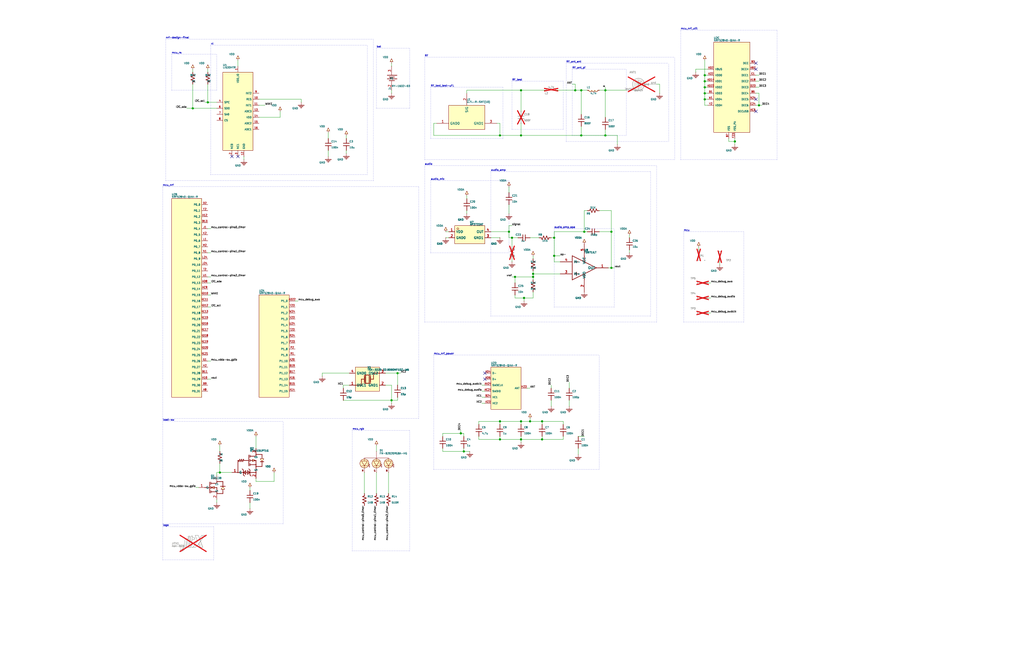
<source format=kicad_sch>
(kicad_sch (version 20231120) (generator "eeschema") (generator_version "8.0")
  (paper "B")
  (lib_symbols
    (symbol "ALTIUM_POWER_ARROW"
      (property "Value" "ALTIUM_POWER_ARROW" (at 2.54 -0.508 0))
      (symbol "ALTIUM_POWER_ARROW_1_0"
        (pin unspecified line (at 0 0 0) (length 0) (name "0") (number "~"))
      )
    )
    (symbol "ALTIUM_POWER_GND_POWER"
      (property "Value" "ALTIUM_POWER_GND_POWER" (at 2.54 -1.016 0))
      (symbol "ALTIUM_POWER_GND_POWER_1_0"
        (pin unspecified line (at 0 0 0) (length 0) (name "0") (number "~"))
      )
    )
    (symbol "AP3722AT"
      (property "Reference" "U" (at 0 4.921 0))
      (property "Value" "AP3722AT" (at 0 3.921 0))
      (symbol "AP3722AT_1_0"
        (pin unspecified line (at -8.89 1.27 0) (length 2.54) (name "VDD") (number "1"))
        (pin unspecified line (at -8.89 -1.27 0) (length 2.54) (name "GND0") (number "2"))
        (pin unspecified line (at 8.89 -1.27 180) (length 2.54) (name "GND1") (number "3"))
        (pin unspecified line (at 8.89 1.27 180) (length 2.54) (name "OUT") (number "4"))
      )
    )
    (symbol "BSS138"
      (property "Reference" "Q" (at 0 4.54 0))
      (property "Value" "BSS138" (at 0 3.54 0))
      (symbol "BSS138_1_0"
        (pin unspecified line (at -5.08 0 0) (length 2.54) (name "G") (number "1"))
        (pin unspecified line (at 2.54 -5.08 90) (length 2.54) (name "S") (number "2"))
        (pin unspecified line (at 2.54 5.08 270) (length 2.54) (name "D") (number "3"))
      )
    )
    (symbol "C107229"
      (property "Reference" "R" (at 1.27 1.27 0))
      (property "Value" "C107229" (at 1.27 -1.27 0))
      (symbol "C107229_1_0"
        (pin unspecified line (at 0 -2.54 90) (length 0) (name "1") (number "1"))
        (pin unspecified line (at 0 2.54 270) (length 0) (name "2") (number "2"))
      )
    )
    (symbol "C107229_1"
      (property "Reference" "R" (at 1.27 1.27 0))
      (property "Value" "C107229_1" (at 1.27 -1.27 0))
      (symbol "C107229_1_1_0"
        (pin unspecified line (at 0 -2.54 90) (length 0) (name "1") (number "1"))
        (pin unspecified line (at 0 2.54 270) (length 0) (name "2") (number "2"))
      )
    )
    (symbol "C107229_2"
      (property "Reference" "R" (at 1.27 1.27 0))
      (property "Value" "C107229_2" (at 1.27 -1.27 0))
      (symbol "C107229_2_1_0"
        (pin unspecified line (at 0 -2.54 90) (length 0) (name "1") (number "1"))
        (pin unspecified line (at 0 2.54 270) (length 0) (name "2") (number "2"))
      )
    )
    (symbol "C107372"
      (property "Reference" "C" (at 1.27 1.27 0))
      (property "Value" "C107372" (at 1.27 -1.27 0))
      (symbol "C107372_1_0"
        (pin unspecified line (at 0 2.54 270) (length 0) (name "1") (number "1"))
        (pin unspecified line (at 0 -2.54 90) (length 0) (name "2") (number "2"))
      )
    )
    (symbol "C107372_1"
      (property "Reference" "C" (at 1.27 1.27 0))
      (property "Value" "C107372_1" (at 1.27 -1.27 0))
      (symbol "C107372_1_1_0"
        (pin unspecified line (at 0 2.54 270) (length 0) (name "1") (number "1"))
        (pin unspecified line (at 0 -2.54 90) (length 0) (name "2") (number "2"))
      )
    )
    (symbol "C107372_2"
      (property "Reference" "C" (at 1.27 1.27 0))
      (property "Value" "C107372_2" (at 1.27 -1.27 0))
      (symbol "C107372_2_1_0"
        (pin unspecified line (at 0 2.54 270) (length 0) (name "1") (number "1"))
        (pin unspecified line (at 0 -2.54 90) (length 0) (name "2") (number "2"))
      )
    )
    (symbol "C113298"
      (property "Reference" "R" (at 1.27 1.27 0))
      (property "Value" "C113298" (at 1.27 -1.27 0))
      (symbol "C113298_1_0"
        (pin unspecified line (at 0 -2.54 90) (length 0) (name "1") (number "1"))
        (pin unspecified line (at 0 2.54 270) (length 0) (name "2") (number "2"))
      )
    )
    (symbol "C113298_1"
      (property "Reference" "R" (at 1.27 1.27 0))
      (property "Value" "C113298_1" (at 1.27 -1.27 0))
      (symbol "C113298_1_1_0"
        (pin unspecified line (at 0 -2.54 90) (length 0) (name "1") (number "1"))
        (pin unspecified line (at 0 2.54 270) (length 0) (name "2") (number "2"))
      )
    )
    (symbol "C113299"
      (property "Reference" "R" (at 1.27 1.27 0))
      (property "Value" "C113299" (at 1.27 -1.27 0))
      (symbol "C113299_1_0"
        (pin unspecified line (at 0 -2.54 90) (length 0) (name "1") (number "1"))
        (pin unspecified line (at 0 2.54 270) (length 0) (name "2") (number "2"))
      )
    )
    (symbol "C15525"
      (property "Reference" "C" (at 1.27 1.27 0))
      (property "Value" "C15525" (at 1.27 -1.27 0))
      (symbol "C15525_1_0"
        (pin unspecified line (at 0 2.54 270) (length 0) (name "1") (number "1"))
        (pin unspecified line (at 0 -2.54 90) (length 0) (name "2") (number "2"))
      )
    )
    (symbol "C15525_1"
      (property "Reference" "C" (at 1.27 1.27 0))
      (property "Value" "C15525_1" (at 1.27 -1.27 0))
      (symbol "C15525_1_1_0"
        (pin unspecified line (at 0 2.54 270) (length 0) (name "1") (number "1"))
        (pin unspecified line (at 0 -2.54 90) (length 0) (name "2") (number "2"))
      )
    )
    (symbol "C16210"
      (property "Reference" "C" (at 1.27 1.27 0))
      (property "Value" "C16210" (at 1.27 -1.27 0))
      (symbol "C16210_1_0"
        (pin unspecified line (at 0 2.54 270) (length 0) (name "1") (number "1"))
        (pin unspecified line (at 0 -2.54 90) (length 0) (name "2") (number "2"))
      )
    )
    (symbol "C60485"
      (property "Reference" "R" (at 1.27 1.27 0))
      (property "Value" "C60485" (at 1.27 -1.27 0))
      (symbol "C60485_1_0"
        (pin unspecified line (at 0 -2.54 90) (length 0) (name "1") (number "1"))
        (pin unspecified line (at 0 2.54 270) (length 0) (name "2") (number "2"))
      )
    )
    (symbol "C93949"
      (property "Reference" "R" (at 1.27 1.27 0))
      (property "Value" "C93949" (at 1.27 -1.27 0))
      (symbol "C93949_1_0"
        (pin unspecified line (at 0 -2.54 90) (length 0) (name "1") (number "1"))
        (pin unspecified line (at 0 2.54 270) (length 0) (name "2") (number "2"))
      )
    )
    (symbol "FM_B2020RGBA_HG"
      (property "Reference" "D" (at 1.27 5.08 0))
      (property "Value" "FM_B2020RGBA_HG" (at 1.27 3.81 0))
      (symbol "FM_B2020RGBA_HG_1_0"
        (text "B" (at 4.318 -3.048 0) (effects (font (size 0.7056 0.7056))))
        (text "G" (at -0.762 -3.048 0) (effects (font (size 0.7056 0.7056))))
        (text "R" (at -5.842 -3.048 0) (effects (font (size 0.7056 0.7056))))
        (pin unspecified line (at -5.08 -3.81 90) (length 0) (name "led_r") (number "1"))
        (pin unspecified line (at 5.08 -3.81 90) (length 0) (name "led_b") (number "2"))
        (pin unspecified line (at 0 5.08 270) (length 0) (name "led_a") (number "3"))
        (pin unspecified line (at 0 -3.81 90) (length 0) (name "led_g") (number "4"))
      )
    )
    (symbol "GND" (power)
      (property "Reference" "#PWR" (at 35 60 0))
      (property "Value" "GND" (at -2.54 -2.54 0))
      (symbol "GND_1_0"
        (pin power_in line (at 0 0 270) (length 0) (name "GND") (number "~"))
      )
    )
    (symbol "JITX"
      (property "Reference" "JITX" (at -2.54 3.902 0))
      (property "Value" "JITX" (at -2.54 2.84 0))
    )
    (symbol "JITX_symbol"
      (property "Reference" "U" (at -2.54 3.902 0))
      (property "Value" "JITX_symbol" (at -2.54 2.84 0))
    )
    (symbol "LIS3DHTR"
      (property "Reference" "U" (at -6.35 19.142 0))
      (property "Value" "LIS3DHTR" (at -6.35 18.08 0))
      (symbol "LIS3DHTR_1_0"
        (pin unspecified line (at 0 19.05 270) (length 2.54) (name "VDD_IO") (number "1"))
        (pin unspecified line (at 8.89 5.08 180) (length 2.54) (name "RES") (number "10"))
        (pin unspecified line (at 8.89 2.54 180) (length 2.54) (name "INT1") (number "11"))
        (pin unspecified line (at 2.54 -19.05 90) (length 2.54) (name "GND") (number "12"))
        (pin unspecified line (at 8.89 0 180) (length 2.54) (name "ADC3") (number "13"))
        (pin unspecified line (at 8.89 -2.54 180) (length 2.54) (name "VDD") (number "14"))
        (pin unspecified line (at 8.89 -5.08 180) (length 2.54) (name "ADC2") (number "15"))
        (pin unspecified line (at 8.89 -7.62 180) (length 2.54) (name "ADC1") (number "16"))
        (pin unspecified line (at -2.54 -19.05 90) (length 2.54) (name "NC0") (number "2"))
        (pin unspecified line (at 0 -19.05 90) (length 2.54) (name "NC1") (number "3"))
        (pin unspecified line (at -8.89 3.81 0) (length 2.54) (name "SPC") (number "4"))
        (pin unspecified line (at 2.54 -19.05 90) (length 0) (name "GND") (number "5"))
        (pin unspecified line (at -8.89 1.27 0) (length 2.54) (name "SDO") (number "6"))
        (pin unspecified line (at -8.89 -1.27 0) (length 2.54) (name "SA0") (number "7"))
        (pin unspecified line (at -8.89 -3.81 0) (length 2.54) (name "CS") (number "8"))
        (pin unspecified line (at 8.89 7.62 180) (length 2.54) (name "INT2") (number "9"))
      )
    )
    (symbol "MY_1632_03"
      (property "Reference" "J" (at 0 4.286 0))
      (property "Value" "MY_1632_03" (at 0 3.286 0))
      (symbol "MY_1632_03_1_0"
        (pin unspecified line (at -5.08 0 0) (length 0) (name "1") (number "1"))
        (pin unspecified line (at 5.08 0 180) (length 3.81) (name "2") (number "2"))
        (pin unspecified line (at -5.08 0 0) (length 3.81) (name "1") (number "3"))
      )
    )
    (symbol "NTA4151PT1G"
      (property "Reference" "Q" (at 0 7.207 0))
      (property "Value" "NTA4151PT1G" (at 0 6.207 0))
      (symbol "NTA4151PT1G_1_0"
        (pin unspecified line (at -7.62 -2.54 0) (length 2.54) (name "G") (number "1"))
        (pin unspecified line (at 2.54 -5.08 90) (length 2.54) (name "S") (number "2"))
        (pin unspecified line (at 2.54 7.62 270) (length 2.54) (name "D") (number "3"))
      )
    )
    (symbol "TS971ILT"
      (property "Reference" "U" (at 0 7.08 0))
      (property "Value" "TS971ILT" (at 0 6.08 0))
      (symbol "TS971ILT_1_0"
        (pin unspecified line (at 10.16 0 180) (length 5.08) (name "OUT") (number "1"))
        (pin unspecified line (at 0 -10.16 90) (length 5.08) (name "VDD") (number "2"))
        (pin unspecified line (at -10.16 -2.54 0) (length 5.08) (name "IN+") (number "3"))
        (pin unspecified line (at -10.16 2.54 0) (length 5.08) (name "IN-") (number "4"))
        (pin unspecified line (at 0 10.16 270) (length 5.08) (name "VCC") (number "5"))
      )
    )
    (symbol "TSX_3225_32_0000MF10Z_W6"
      (property "Reference" "X" (at 0 4.54 0))
      (property "Value" "TSX_3225_32_0000MF10Z_W6" (at 0 3.54 0))
      (symbol "TSX_3225_32_0000MF10Z_W6_1_0"
        (pin unspecified line (at -7.62 -2.54 0) (length 2.54) (name "OSC1") (number "1"))
        (pin unspecified line (at 7.62 -2.54 180) (length 2.54) (name "GND1") (number "2"))
        (pin unspecified line (at 7.62 2.54 180) (length 2.54) (name "OSC2") (number "3"))
        (pin unspecified line (at -7.62 2.54 0) (length 2.54) (name "GND0") (number "4"))
      )
    )
    (symbol "VDD" (power)
      (property "Reference" "#PWR" (at 35 60 0))
      (property "Value" "VDD" (at -2.54 2.54 0))
      (symbol "VDD_1_0"
        (pin power_in line (at 0 0 90) (length 0) (name "VDD") (number "~"))
      )
    )
    (symbol "VDDA" (power)
      (property "Reference" "#PWR" (at 35 60 0))
      (property "Value" "VDDA" (at -2.54 2.54 0))
      (symbol "VDDA_1_0"
        (pin power_in line (at 0 0 90) (length 0) (name "VDDA") (number "~"))
      )
    )
    (symbol "XCVR_NRF52840_QIAA_R"
      (property "Reference" "U" (at -6.35 22.952 0))
      (property "Value" "XCVR_NRF52840_QIAA_R" (at -6.35 21.89 0))
      (symbol "XCVR_NRF52840_QIAA_R_1_0"
        (pin unspecified line (at 8.89 -19.05 180) (length 2.54) (name "P1_15") (number "A14"))
        (pin unspecified line (at 8.89 -13.97 180) (length 2.54) (name "P1_13") (number "A16"))
        (pin unspecified line (at 8.89 -6.35 180) (length 2.54) (name "P1_10") (number "A20"))
        (pin unspecified line (at 8.89 19.05 180) (length 2.54) (name "P1_0") (number "AD22"))
        (pin unspecified line (at 8.89 -16.51 180) (length 2.54) (name "P1_14") (number "B15"))
        (pin unspecified line (at 8.89 -11.43 180) (length 2.54) (name "P1_12") (number "B17"))
        (pin unspecified line (at 8.89 -8.89 180) (length 2.54) (name "P1_11") (number "B19"))
        (pin unspecified line (at 8.89 -1.27 180) (length 2.54) (name "P1_8") (number "P2"))
        (pin unspecified line (at 8.89 1.27 180) (length 2.54) (name "P1_7") (number "P23"))
        (pin unspecified line (at 8.89 -3.81 180) (length 2.54) (name "P1_9") (number "R1"))
        (pin unspecified line (at 8.89 3.81 180) (length 2.54) (name "P1_6") (number "R24"))
        (pin unspecified line (at 8.89 6.35 180) (length 2.54) (name "P1_5") (number "T23"))
        (pin unspecified line (at 8.89 8.89 180) (length 2.54) (name "P1_4") (number "U24"))
        (pin unspecified line (at 8.89 11.43 180) (length 2.54) (name "P1_3") (number "V23"))
        (pin unspecified line (at 8.89 13.97 180) (length 2.54) (name "P1_2") (number "W24"))
        (pin unspecified line (at 8.89 16.51 180) (length 2.54) (name "P1_1") (number "Y23"))
      )
      (symbol "XCVR_NRF52840_QIAA_R_2_0"
        (pin unspecified line (at 8.89 -34.29 180) (length 2.54) (name "P0_29") (number "A10"))
        (pin unspecified line (at 8.89 34.29 180) (length 2.54) (name "P0_2") (number "A12"))
        (pin unspecified line (at 8.89 -39.37 180) (length 2.54) (name "P0_31") (number "A8"))
        (pin unspecified line (at 8.89 -1.27 180) (length 2.54) (name "P0_16") (number "AC11"))
        (pin unspecified line (at 8.89 -6.35 180) (length 2.54) (name "P0_18") (number "AC13"))
        (pin unspecified line (at 8.89 -8.89 180) (length 2.54) (name "P0_19") (number "AC15"))
        (pin unspecified line (at 8.89 -13.97 180) (length 2.54) (name "P0_21") (number "AC17"))
        (pin unspecified line (at 8.89 -19.05 180) (length 2.54) (name "P0_23") (number "AC19"))
        (pin unspecified line (at 8.89 -24.13 180) (length 2.54) (name "P0_25") (number "AC21"))
        (pin unspecified line (at 8.89 3.81 180) (length 2.54) (name "P0_14") (number "AC9"))
        (pin unspecified line (at 8.89 1.27 180) (length 2.54) (name "P0_15") (number "AD10"))
        (pin unspecified line (at 8.89 -3.81 180) (length 2.54) (name "P0_17") (number "AD12"))
        (pin unspecified line (at 8.89 -11.43 180) (length 2.54) (name "P0_20") (number "AD16"))
        (pin unspecified line (at 8.89 -16.51 180) (length 2.54) (name "P0_22") (number "AD18"))
        (pin unspecified line (at 8.89 -21.59 180) (length 2.54) (name "P0_24") (number "AD20"))
        (pin unspecified line (at 8.89 6.35 180) (length 2.54) (name "P0_13") (number "AD8"))
        (pin unspecified line (at 8.89 -31.75 180) (length 2.54) (name "P0_28") (number "B11"))
        (pin unspecified line (at 8.89 31.75 180) (length 2.54) (name "P0_3") (number "B13"))
        (pin unspecified line (at 8.89 -36.83 180) (length 2.54) (name "P0_30") (number "B9"))
        (pin unspecified line (at 8.89 39.37 180) (length 2.54) (name "P0_0") (number "D2"))
        (pin unspecified line (at 8.89 36.83 180) (length 2.54) (name "P0_1") (number "F2"))
        (pin unspecified line (at 8.89 -26.67 180) (length 2.54) (name "P0_26") (number "G1"))
        (pin unspecified line (at 8.89 -29.21 180) (length 2.54) (name "P0_27") (number "H2"))
        (pin unspecified line (at 8.89 29.21 180) (length 2.54) (name "P0_4") (number "J1"))
        (pin unspecified line (at 8.89 13.97 180) (length 2.54) (name "P0_10") (number "J24"))
        (pin unspecified line (at 8.89 26.67 180) (length 2.54) (name "P0_5") (number "K2"))
        (pin unspecified line (at 8.89 24.13 180) (length 2.54) (name "P0_6") (number "L1"))
        (pin unspecified line (at 8.89 16.51 180) (length 2.54) (name "P0_9") (number "L24"))
        (pin unspecified line (at 8.89 21.59 180) (length 2.54) (name "P0_7") (number "M2"))
        (pin unspecified line (at 8.89 19.05 180) (length 2.54) (name "P0_8") (number "N1"))
        (pin unspecified line (at 8.89 11.43 180) (length 2.54) (name "P0_11") (number "T2"))
        (pin unspecified line (at 8.89 8.89 180) (length 2.54) (name "P0_12") (number "U1"))
      )
      (symbol "XCVR_NRF52840_QIAA_R_3_0"
        (pin unspecified line (at -1.27 -21.59 90) (length 0) (name "VSS") (number "74"))
        (pin unspecified line (at 10.16 2.54 180) (length 2.54) (name "DEC2") (number "A18"))
        (pin unspecified line (at -10.16 5.08 0) (length 2.54) (name "VDD0") (number "A22"))
        (pin unspecified line (at 10.16 7.62 180) (length 2.54) (name "DCCH") (number "AB2"))
        (pin unspecified line (at 10.16 -10.16 180) (length 2.54) (name "DECUSB") (number "AC5"))
        (pin unspecified line (at -10.16 2.54 0) (length 2.54) (name "VDD1") (number "AD14"))
        (pin unspecified line (at -10.16 7.62 0) (length 2.54) (name "VBUS") (number "AD2"))
        (pin unspecified line (at -10.16 0 0) (length 2.54) (name "VDD2") (number "AD23"))
        (pin unspecified line (at -10.16 -2.54 0) (length 2.54) (name "VDD3") (number "B1"))
        (pin unspecified line (at 10.16 10.16 180) (length 2.54) (name "DCC") (number "B3"))
        (pin unspecified line (at 10.16 -2.54 180) (length 2.54) (name "DEC4") (number "B5"))
        (pin unspecified line (at -1.27 -21.59 90) (length 2.54) (name "VSS") (number "B7"))
        (pin unspecified line (at 10.16 5.08 180) (length 2.54) (name "DEC1") (number "C1"))
        (pin unspecified line (at 10.16 0 180) (length 2.54) (name "DEC3") (number "D23"))
        (pin unspecified line (at 10.16 -7.62 180) (length 2.54) (name "DEC6") (number "E24"))
        (pin unspecified line (at 1.27 -21.59 90) (length 2.54) (name "VSS_PA") (number "F23"))
        (pin unspecified line (at 10.16 -5.08 180) (length 2.54) (name "DEC5") (number "N24"))
        (pin unspecified line (at -10.16 -5.08 0) (length 2.54) (name "VDD4") (number "W1"))
        (pin unspecified line (at -10.16 -7.62 0) (length 2.54) (name "VDDH") (number "Y2"))
      )
      (symbol "XCVR_NRF52840_QIAA_R_4_0"
        (pin unspecified line (at -8.89 -6.35 0) (length 2.54) (name "XC2") (number "A23"))
        (pin unspecified line (at -8.89 1.27 0) (length 2.54) (name "SWDCLK") (number "AA24"))
        (pin unspecified line (at -8.89 -1.27 0) (length 2.54) (name "SWDIO") (number "AC24"))
        (pin unspecified line (at -8.89 6.35 0) (length 2.54) (name "D-") (number "AD4"))
        (pin unspecified line (at -8.89 3.81 0) (length 2.54) (name "D+") (number "AD6"))
        (pin unspecified line (at -8.89 -3.81 0) (length 2.54) (name "XC1") (number "B24"))
        (pin unspecified line (at 8.89 0 180) (length 2.54) (name "ANT") (number "H23"))
      )
    )
    (symbol "antenna_symbol"
      (property "Reference" "U" (at -3.81 5.08 0))
      (property "Value" "antenna_symbol" (at -3.81 3.81 0))
      (symbol "antenna_symbol_1_0"
        (pin unspecified line (at -5.08 -2.54 0) (length 2.54) (name "1") (number "~"))
        (pin unspecified line (at 7.62 0 180) (length 2.54) (name "2") (number "~"))
      )
    )
    (symbol "box_symbol_0L_16R_0T_0B"
      (property "Reference" "U" (at -6.35 22.952 0))
      (property "Value" "box_symbol_0L_16R_0T_0B" (at -6.35 21.89 0))
      (symbol "box_symbol_0L_16R_0T_0B_1_0"
        (pin unspecified line (at 8.89 19.05 180) (length 2.54) (name "R0") (number "~"))
        (pin unspecified line (at 8.89 16.51 180) (length 2.54) (name "R1") (number "~"))
        (pin unspecified line (at 8.89 -6.35 180) (length 2.54) (name "R10") (number "~"))
        (pin unspecified line (at 8.89 -8.89 180) (length 2.54) (name "R11") (number "~"))
        (pin unspecified line (at 8.89 -11.43 180) (length 2.54) (name "R12") (number "~"))
        (pin unspecified line (at 8.89 -13.97 180) (length 2.54) (name "R13") (number "~"))
        (pin unspecified line (at 8.89 -16.51 180) (length 2.54) (name "R14") (number "~"))
        (pin unspecified line (at 8.89 -19.05 180) (length 2.54) (name "R15") (number "~"))
        (pin unspecified line (at 8.89 13.97 180) (length 2.54) (name "R2") (number "~"))
        (pin unspecified line (at 8.89 11.43 180) (length 2.54) (name "R3") (number "~"))
        (pin unspecified line (at 8.89 8.89 180) (length 2.54) (name "R4") (number "~"))
        (pin unspecified line (at 8.89 6.35 180) (length 2.54) (name "R5") (number "~"))
        (pin unspecified line (at 8.89 3.81 180) (length 2.54) (name "R6") (number "~"))
        (pin unspecified line (at 8.89 1.27 180) (length 2.54) (name "R7") (number "~"))
        (pin unspecified line (at 8.89 -1.27 180) (length 2.54) (name "R8") (number "~"))
        (pin unspecified line (at 8.89 -3.81 180) (length 2.54) (name "R9") (number "~"))
      )
    )
    (symbol "box_symbol_0L_32R_0T_0B"
      (property "Reference" "U" (at -6.35 43.272 0))
      (property "Value" "box_symbol_0L_32R_0T_0B" (at -6.35 42.21 0))
      (symbol "box_symbol_0L_32R_0T_0B_1_0"
        (pin unspecified line (at 8.89 39.37 180) (length 2.54) (name "R0") (number "~"))
        (pin unspecified line (at 8.89 36.83 180) (length 2.54) (name "R1") (number "~"))
        (pin unspecified line (at 8.89 13.97 180) (length 2.54) (name "R10") (number "~"))
        (pin unspecified line (at 8.89 11.43 180) (length 2.54) (name "R11") (number "~"))
        (pin unspecified line (at 8.89 8.89 180) (length 2.54) (name "R12") (number "~"))
        (pin unspecified line (at 8.89 6.35 180) (length 2.54) (name "R13") (number "~"))
        (pin unspecified line (at 8.89 3.81 180) (length 2.54) (name "R14") (number "~"))
        (pin unspecified line (at 8.89 1.27 180) (length 2.54) (name "R15") (number "~"))
        (pin unspecified line (at 8.89 -1.27 180) (length 2.54) (name "R16") (number "~"))
        (pin unspecified line (at 8.89 -3.81 180) (length 2.54) (name "R17") (number "~"))
        (pin unspecified line (at 8.89 -6.35 180) (length 2.54) (name "R18") (number "~"))
        (pin unspecified line (at 8.89 -8.89 180) (length 2.54) (name "R19") (number "~"))
        (pin unspecified line (at 8.89 34.29 180) (length 2.54) (name "R2") (number "~"))
        (pin unspecified line (at 8.89 -11.43 180) (length 2.54) (name "R20") (number "~"))
        (pin unspecified line (at 8.89 -13.97 180) (length 2.54) (name "R21") (number "~"))
        (pin unspecified line (at 8.89 -16.51 180) (length 2.54) (name "R22") (number "~"))
        (pin unspecified line (at 8.89 -19.05 180) (length 2.54) (name "R23") (number "~"))
        (pin unspecified line (at 8.89 -21.59 180) (length 2.54) (name "R24") (number "~"))
        (pin unspecified line (at 8.89 -24.13 180) (length 2.54) (name "R25") (number "~"))
        (pin unspecified line (at 8.89 -26.67 180) (length 2.54) (name "R26") (number "~"))
        (pin unspecified line (at 8.89 -29.21 180) (length 2.54) (name "R27") (number "~"))
        (pin unspecified line (at 8.89 -31.75 180) (length 2.54) (name "R28") (number "~"))
        (pin unspecified line (at 8.89 -34.29 180) (length 2.54) (name "R29") (number "~"))
        (pin unspecified line (at 8.89 31.75 180) (length 2.54) (name "R3") (number "~"))
        (pin unspecified line (at 8.89 -36.83 180) (length 2.54) (name "R30") (number "~"))
        (pin unspecified line (at 8.89 -39.37 180) (length 2.54) (name "R31") (number "~"))
        (pin unspecified line (at 8.89 29.21 180) (length 2.54) (name "R4") (number "~"))
        (pin unspecified line (at 8.89 26.67 180) (length 2.54) (name "R5") (number "~"))
        (pin unspecified line (at 8.89 24.13 180) (length 2.54) (name "R6") (number "~"))
        (pin unspecified line (at 8.89 21.59 180) (length 2.54) (name "R7") (number "~"))
        (pin unspecified line (at 8.89 19.05 180) (length 2.54) (name "R8") (number "~"))
        (pin unspecified line (at 8.89 16.51 180) (length 2.54) (name "R9") (number "~"))
      )
    )
    (symbol "box_symbol_4L_7R_1T_3B"
      (property "Reference" "U" (at -6.35 19.142 0))
      (property "Value" "box_symbol_4L_7R_1T_3B" (at -6.35 18.08 0))
      (symbol "box_symbol_4L_7R_1T_3B_1_0"
        (pin unspecified line (at -2.54 -19.05 90) (length 2.54) (name "B0") (number "~"))
        (pin unspecified line (at 0 -19.05 90) (length 2.54) (name "B1") (number "~"))
        (pin unspecified line (at 2.54 -19.05 90) (length 2.54) (name "B2") (number "~"))
        (pin unspecified line (at -8.89 3.81 0) (length 2.54) (name "L0") (number "~"))
        (pin unspecified line (at -8.89 1.27 0) (length 2.54) (name "L1") (number "~"))
        (pin unspecified line (at -8.89 -1.27 0) (length 2.54) (name "L2") (number "~"))
        (pin unspecified line (at -8.89 -3.81 0) (length 2.54) (name "L3") (number "~"))
        (pin unspecified line (at 8.89 7.62 180) (length 2.54) (name "R0") (number "~"))
        (pin unspecified line (at 8.89 5.08 180) (length 2.54) (name "R1") (number "~"))
        (pin unspecified line (at 8.89 2.54 180) (length 2.54) (name "R2") (number "~"))
        (pin unspecified line (at 8.89 0 180) (length 2.54) (name "R3") (number "~"))
        (pin unspecified line (at 8.89 -2.54 180) (length 2.54) (name "R4") (number "~"))
        (pin unspecified line (at 8.89 -5.08 180) (length 2.54) (name "R5") (number "~"))
        (pin unspecified line (at 8.89 -7.62 180) (length 2.54) (name "R6") (number "~"))
        (pin unspecified line (at 0 19.05 270) (length 2.54) (name "T0") (number "~"))
      )
    )
    (symbol "box_symbol_6L_1R_0T_0B"
      (property "Reference" "U" (at -6.35 10.252 0))
      (property "Value" "box_symbol_6L_1R_0T_0B" (at -6.35 9.19 0))
      (symbol "box_symbol_6L_1R_0T_0B_1_0"
        (pin unspecified line (at -8.89 6.35 0) (length 2.54) (name "L0") (number "~"))
        (pin unspecified line (at -8.89 3.81 0) (length 2.54) (name "L1") (number "~"))
        (pin unspecified line (at -8.89 1.27 0) (length 2.54) (name "L2") (number "~"))
        (pin unspecified line (at -8.89 -1.27 0) (length 2.54) (name "L3") (number "~"))
        (pin unspecified line (at -8.89 -3.81 0) (length 2.54) (name "L4") (number "~"))
        (pin unspecified line (at -8.89 -6.35 0) (length 2.54) (name "L5") (number "~"))
        (pin unspecified line (at 8.89 0 180) (length 2.54) (name "R0") (number "~"))
      )
    )
    (symbol "box_symbol_7L_9R_0T_2B"
      (property "Reference" "U" (at -7.62 20.412 0))
      (property "Value" "box_symbol_7L_9R_0T_2B" (at -7.62 19.35 0))
      (symbol "box_symbol_7L_9R_0T_2B_1_0"
        (pin unspecified line (at -1.27 -21.59 90) (length 2.54) (name "B0") (number "~"))
        (pin unspecified line (at 1.27 -21.59 90) (length 2.54) (name "B1") (number "~"))
        (pin unspecified line (at -10.16 7.62 0) (length 2.54) (name "L0") (number "~"))
        (pin unspecified line (at -10.16 5.08 0) (length 2.54) (name "L1") (number "~"))
        (pin unspecified line (at -10.16 2.54 0) (length 2.54) (name "L2") (number "~"))
        (pin unspecified line (at -10.16 0 0) (length 2.54) (name "L3") (number "~"))
        (pin unspecified line (at -10.16 -2.54 0) (length 2.54) (name "L4") (number "~"))
        (pin unspecified line (at -10.16 -5.08 0) (length 2.54) (name "L5") (number "~"))
        (pin unspecified line (at -10.16 -7.62 0) (length 2.54) (name "L6") (number "~"))
        (pin unspecified line (at 10.16 10.16 180) (length 2.54) (name "R0") (number "~"))
        (pin unspecified line (at 10.16 7.62 180) (length 2.54) (name "R1") (number "~"))
        (pin unspecified line (at 10.16 5.08 180) (length 2.54) (name "R2") (number "~"))
        (pin unspecified line (at 10.16 2.54 180) (length 2.54) (name "R3") (number "~"))
        (pin unspecified line (at 10.16 0 180) (length 2.54) (name "R4") (number "~"))
        (pin unspecified line (at 10.16 -2.54 180) (length 2.54) (name "R5") (number "~"))
        (pin unspecified line (at 10.16 -5.08 180) (length 2.54) (name "R6") (number "~"))
        (pin unspecified line (at 10.16 -7.62 180) (length 2.54) (name "R7") (number "~"))
        (pin unspecified line (at 10.16 -10.16 180) (length 2.54) (name "R8") (number "~"))
      )
    )
    (symbol "capacitor_sym"
      (property "Reference" "U" (at 1.27 1.27 0))
      (property "Value" "capacitor_sym" (at 1.27 -1.27 0))
      (symbol "capacitor_sym_1_0"
        (pin unspecified line (at 0 2.54 270) (length 0) (name "1") (number "~"))
        (pin unspecified line (at 0 -2.54 90) (length 0) (name "2") (number "~"))
      )
    )
    (symbol "capacitor_sym_1"
      (property "Reference" "U" (at 1.27 1.27 0))
      (property "Value" "capacitor_sym_1" (at 1.27 -1.27 0))
      (symbol "capacitor_sym_1_1_0"
        (pin unspecified line (at 0 2.54 270) (length 0) (name "1") (number "~"))
        (pin unspecified line (at 0 -2.54 90) (length 0) (name "2") (number "~"))
      )
    )
    (symbol "capacitor_sym_10"
      (property "Reference" "U" (at 1.27 1.27 0))
      (property "Value" "capacitor_sym_10" (at 1.27 -1.27 0))
      (symbol "capacitor_sym_10_1_0"
        (pin unspecified line (at 0 2.54 270) (length 0) (name "1") (number "~"))
        (pin unspecified line (at 0 -2.54 90) (length 0) (name "2") (number "~"))
      )
    )
    (symbol "capacitor_sym_11"
      (property "Reference" "U" (at 1.27 1.27 0))
      (property "Value" "capacitor_sym_11" (at 1.27 -1.27 0))
      (symbol "capacitor_sym_11_1_0"
        (pin unspecified line (at 0 2.54 270) (length 0) (name "1") (number "~"))
        (pin unspecified line (at 0 -2.54 90) (length 0) (name "2") (number "~"))
      )
    )
    (symbol "capacitor_sym_12"
      (property "Reference" "U" (at 1.27 1.27 0))
      (property "Value" "capacitor_sym_12" (at 1.27 -1.27 0))
      (symbol "capacitor_sym_12_1_0"
        (pin unspecified line (at 0 2.54 270) (length 0) (name "1") (number "~"))
        (pin unspecified line (at 0 -2.54 90) (length 0) (name "2") (number "~"))
      )
    )
    (symbol "capacitor_sym_13"
      (property "Reference" "U" (at 1.27 1.27 0))
      (property "Value" "capacitor_sym_13" (at 1.27 -1.27 0))
      (symbol "capacitor_sym_13_1_0"
        (pin unspecified line (at 0 2.54 270) (length 0) (name "1") (number "~"))
        (pin unspecified line (at 0 -2.54 90) (length 0) (name "2") (number "~"))
      )
    )
    (symbol "capacitor_sym_14"
      (property "Reference" "U" (at 1.27 1.27 0))
      (property "Value" "capacitor_sym_14" (at 1.27 -1.27 0))
      (symbol "capacitor_sym_14_1_0"
        (pin unspecified line (at 0 2.54 270) (length 0) (name "1") (number "~"))
        (pin unspecified line (at 0 -2.54 90) (length 0) (name "2") (number "~"))
      )
    )
    (symbol "capacitor_sym_15"
      (property "Reference" "U" (at 1.27 1.27 0))
      (property "Value" "capacitor_sym_15" (at 1.27 -1.27 0))
      (symbol "capacitor_sym_15_1_0"
        (pin unspecified line (at 0 2.54 270) (length 0) (name "1") (number "~"))
        (pin unspecified line (at 0 -2.54 90) (length 0) (name "2") (number "~"))
      )
    )
    (symbol "capacitor_sym_16"
      (property "Reference" "U" (at 1.27 1.27 0))
      (property "Value" "capacitor_sym_16" (at 1.27 -1.27 0))
      (symbol "capacitor_sym_16_1_0"
        (pin unspecified line (at 0 2.54 270) (length 0) (name "1") (number "~"))
        (pin unspecified line (at 0 -2.54 90) (length 0) (name "2") (number "~"))
      )
    )
    (symbol "capacitor_sym_17"
      (property "Reference" "U" (at 1.27 1.27 0))
      (property "Value" "capacitor_sym_17" (at 1.27 -1.27 0))
      (symbol "capacitor_sym_17_1_0"
        (pin unspecified line (at 0 2.54 270) (length 0) (name "1") (number "~"))
        (pin unspecified line (at 0 -2.54 90) (length 0) (name "2") (number "~"))
      )
    )
    (symbol "capacitor_sym_18"
      (property "Reference" "U" (at 1.27 1.27 0))
      (property "Value" "capacitor_sym_18" (at 1.27 -1.27 0))
      (symbol "capacitor_sym_18_1_0"
        (pin unspecified line (at 0 2.54 270) (length 0) (name "1") (number "~"))
        (pin unspecified line (at 0 -2.54 90) (length 0) (name "2") (number "~"))
      )
    )
    (symbol "capacitor_sym_19"
      (property "Reference" "U" (at 1.27 1.27 0))
      (property "Value" "capacitor_sym_19" (at 1.27 -1.27 0))
      (symbol "capacitor_sym_19_1_0"
        (pin unspecified line (at 0 2.54 270) (length 0) (name "1") (number "~"))
        (pin unspecified line (at 0 -2.54 90) (length 0) (name "2") (number "~"))
      )
    )
    (symbol "capacitor_sym_2"
      (property "Reference" "U" (at 1.27 1.27 0))
      (property "Value" "capacitor_sym_2" (at 1.27 -1.27 0))
      (symbol "capacitor_sym_2_1_0"
        (pin unspecified line (at 0 2.54 270) (length 0) (name "1") (number "~"))
        (pin unspecified line (at 0 -2.54 90) (length 0) (name "2") (number "~"))
      )
    )
    (symbol "capacitor_sym_20"
      (property "Reference" "U" (at 1.27 1.27 0))
      (property "Value" "capacitor_sym_20" (at 1.27 -1.27 0))
      (symbol "capacitor_sym_20_1_0"
        (pin unspecified line (at 0 2.54 270) (length 0) (name "1") (number "~"))
        (pin unspecified line (at 0 -2.54 90) (length 0) (name "2") (number "~"))
      )
    )
    (symbol "capacitor_sym_21"
      (property "Reference" "U" (at 1.27 1.27 0))
      (property "Value" "capacitor_sym_21" (at 1.27 -1.27 0))
      (symbol "capacitor_sym_21_1_0"
        (pin unspecified line (at 0 2.54 270) (length 0) (name "1") (number "~"))
        (pin unspecified line (at 0 -2.54 90) (length 0) (name "2") (number "~"))
      )
    )
    (symbol "capacitor_sym_22"
      (property "Reference" "U" (at 1.27 1.27 0))
      (property "Value" "capacitor_sym_22" (at 1.27 -1.27 0))
      (symbol "capacitor_sym_22_1_0"
        (pin unspecified line (at 0 2.54 270) (length 0) (name "1") (number "~"))
        (pin unspecified line (at 0 -2.54 90) (length 0) (name "2") (number "~"))
      )
    )
    (symbol "capacitor_sym_23"
      (property "Reference" "U" (at 1.27 1.27 0))
      (property "Value" "capacitor_sym_23" (at 1.27 -1.27 0))
      (symbol "capacitor_sym_23_1_0"
        (pin unspecified line (at 0 2.54 270) (length 0) (name "1") (number "~"))
        (pin unspecified line (at 0 -2.54 90) (length 0) (name "2") (number "~"))
      )
    )
    (symbol "capacitor_sym_3"
      (property "Reference" "U" (at 1.27 1.27 0))
      (property "Value" "capacitor_sym_3" (at 1.27 -1.27 0))
      (symbol "capacitor_sym_3_1_0"
        (pin unspecified line (at 0 2.54 270) (length 0) (name "1") (number "~"))
        (pin unspecified line (at 0 -2.54 90) (length 0) (name "2") (number "~"))
      )
    )
    (symbol "capacitor_sym_4"
      (property "Reference" "U" (at 1.27 1.27 0))
      (property "Value" "capacitor_sym_4" (at 1.27 -1.27 0))
      (symbol "capacitor_sym_4_1_0"
        (pin unspecified line (at 0 2.54 270) (length 0) (name "1") (number "~"))
        (pin unspecified line (at 0 -2.54 90) (length 0) (name "2") (number "~"))
      )
    )
    (symbol "capacitor_sym_5"
      (property "Reference" "U" (at 1.27 1.27 0))
      (property "Value" "capacitor_sym_5" (at 1.27 -1.27 0))
      (symbol "capacitor_sym_5_1_0"
        (pin unspecified line (at 0 2.54 270) (length 0) (name "1") (number "~"))
        (pin unspecified line (at 0 -2.54 90) (length 0) (name "2") (number "~"))
      )
    )
    (symbol "capacitor_sym_6"
      (property "Reference" "U" (at 1.27 1.27 0))
      (property "Value" "capacitor_sym_6" (at 1.27 -1.27 0))
      (symbol "capacitor_sym_6_1_0"
        (pin unspecified line (at 0 2.54 270) (length 0) (name "1") (number "~"))
        (pin unspecified line (at 0 -2.54 90) (length 0) (name "2") (number "~"))
      )
    )
    (symbol "capacitor_sym_7"
      (property "Reference" "U" (at 1.27 1.27 0))
      (property "Value" "capacitor_sym_7" (at 1.27 -1.27 0))
      (symbol "capacitor_sym_7_1_0"
        (pin unspecified line (at 0 2.54 270) (length 0) (name "1") (number "~"))
        (pin unspecified line (at 0 -2.54 90) (length 0) (name "2") (number "~"))
      )
    )
    (symbol "capacitor_sym_8"
      (property "Reference" "U" (at 1.27 1.27 0))
      (property "Value" "capacitor_sym_8" (at 1.27 -1.27 0))
      (symbol "capacitor_sym_8_1_0"
        (pin unspecified line (at 0 2.54 270) (length 0) (name "1") (number "~"))
        (pin unspecified line (at 0 -2.54 90) (length 0) (name "2") (number "~"))
      )
    )
    (symbol "capacitor_sym_9"
      (property "Reference" "U" (at 1.27 1.27 0))
      (property "Value" "capacitor_sym_9" (at 1.27 -1.27 0))
      (symbol "capacitor_sym_9_1_0"
        (pin unspecified line (at 0 2.54 270) (length 0) (name "1") (number "~"))
        (pin unspecified line (at 0 -2.54 90) (length 0) (name "2") (number "~"))
      )
    )
    (symbol "diode_rgb_led"
      (property "Reference" "U" (at 1.27 5.08 0))
      (property "Value" "diode_rgb_led" (at 1.27 3.81 0))
      (symbol "diode_rgb_led_1_0"
        (text "B" (at 4.318 -3.048 0) (effects (font (size 0.7056 0.7056))))
        (text "G" (at -0.762 -3.048 0) (effects (font (size 0.7056 0.7056))))
        (text "R" (at -5.842 -3.048 0) (effects (font (size 0.7056 0.7056))))
        (pin unspecified line (at 0 5.08 270) (length 0) (name "a") (number "~"))
        (pin unspecified line (at 5.08 -3.81 90) (length 0) (name "b") (number "~"))
        (pin unspecified line (at 0 -3.81 90) (length 0) (name "g") (number "~"))
        (pin unspecified line (at -5.08 -3.81 90) (length 0) (name "r") (number "~"))
      )
    )
    (symbol "ground_sym"
      (property "Value" "ground_sym" (at -2.54 -2.54 0))
      (symbol "ground_sym_1_0"
        (pin unspecified line (at 0 0 270) (length 0) (name "0") (number "~"))
      )
    )
    (symbol "inductor_sym"
      (property "Reference" "U" (at 1.27 1.27 0))
      (property "Value" "inductor_sym" (at 1.27 -1.27 0))
      (symbol "inductor_sym_1_0"
        (pin unspecified line (at 0 2.54 270) (length 0) (name "1") (number "~"))
        (pin unspecified line (at 0 -2.54 90) (length 0) (name "2") (number "~"))
      )
    )
    (symbol "inductor_sym_1"
      (property "Reference" "U" (at 1.27 1.27 0))
      (property "Value" "inductor_sym_1" (at 1.27 -1.27 0))
      (symbol "inductor_sym_1_1_0"
        (pin unspecified line (at 0 2.54 270) (length 0) (name "1") (number "~"))
        (pin unspecified line (at 0 -2.54 90) (length 0) (name "2") (number "~"))
      )
    )
    (symbol "inverted_f_antenna_component"
      (property "Reference" "ANT" (at -3.81 5.08 0))
      (property "Value" "inverted_f_antenna_component" (at -3.81 3.81 0))
      (symbol "inverted_f_antenna_component_1_0"
        (pin unspecified line (at 7.62 0 180) (length 2.54) (name "gnd") (number "gnd"))
        (pin unspecified line (at -5.08 -2.54 0) (length 2.54) (name "launch") (number "launch"))
      )
    )
    (symbol "my_capacitor"
      (property "Reference" "C" (at 1.27 1.27 0))
      (property "Value" "my_capacitor" (at 1.27 -1.27 0))
      (symbol "my_capacitor_1_0"
        (pin unspecified line (at 0 2.54 270) (length 0) (name "1") (number "1"))
        (pin unspecified line (at 0 -2.54 90) (length 0) (name "2") (number "2"))
      )
    )
    (symbol "my_capacitor_1"
      (property "Reference" "C" (at 1.27 1.27 0))
      (property "Value" "my_capacitor_1" (at 1.27 -1.27 0))
      (symbol "my_capacitor_1_1_0"
        (pin unspecified line (at 0 2.54 270) (length 0) (name "1") (number "1"))
        (pin unspecified line (at 0 -2.54 90) (length 0) (name "2") (number "2"))
      )
    )
    (symbol "my_capacitor_10"
      (property "Reference" "C" (at 1.27 1.27 0))
      (property "Value" "my_capacitor_10" (at 1.27 -1.27 0))
      (symbol "my_capacitor_10_1_0"
        (pin unspecified line (at 0 2.54 270) (length 0) (name "1") (number "1"))
        (pin unspecified line (at 0 -2.54 90) (length 0) (name "2") (number "2"))
      )
    )
    (symbol "my_capacitor_11"
      (property "Reference" "C" (at 1.27 1.27 0))
      (property "Value" "my_capacitor_11" (at 1.27 -1.27 0))
      (symbol "my_capacitor_11_1_0"
        (pin unspecified line (at 0 2.54 270) (length 0) (name "1") (number "1"))
        (pin unspecified line (at 0 -2.54 90) (length 0) (name "2") (number "2"))
      )
    )
    (symbol "my_capacitor_12"
      (property "Reference" "C" (at 1.27 1.27 0))
      (property "Value" "my_capacitor_12" (at 1.27 -1.27 0))
      (symbol "my_capacitor_12_1_0"
        (pin unspecified line (at 0 2.54 270) (length 0) (name "1") (number "1"))
        (pin unspecified line (at 0 -2.54 90) (length 0) (name "2") (number "2"))
      )
    )
    (symbol "my_capacitor_13"
      (property "Reference" "C" (at 1.27 1.27 0))
      (property "Value" "my_capacitor_13" (at 1.27 -1.27 0))
      (symbol "my_capacitor_13_1_0"
        (pin unspecified line (at 0 2.54 270) (length 0) (name "1") (number "1"))
        (pin unspecified line (at 0 -2.54 90) (length 0) (name "2") (number "2"))
      )
    )
    (symbol "my_capacitor_14"
      (property "Reference" "C" (at 1.27 1.27 0))
      (property "Value" "my_capacitor_14" (at 1.27 -1.27 0))
      (symbol "my_capacitor_14_1_0"
        (pin unspecified line (at 0 2.54 270) (length 0) (name "1") (number "1"))
        (pin unspecified line (at 0 -2.54 90) (length 0) (name "2") (number "2"))
      )
    )
    (symbol "my_capacitor_15"
      (property "Reference" "C" (at 1.27 1.27 0))
      (property "Value" "my_capacitor_15" (at 1.27 -1.27 0))
      (symbol "my_capacitor_15_1_0"
        (pin unspecified line (at 0 2.54 270) (length 0) (name "1") (number "1"))
        (pin unspecified line (at 0 -2.54 90) (length 0) (name "2") (number "2"))
      )
    )
    (symbol "my_capacitor_16"
      (property "Reference" "C" (at 1.27 1.27 0))
      (property "Value" "my_capacitor_16" (at 1.27 -1.27 0))
      (symbol "my_capacitor_16_1_0"
        (pin unspecified line (at 0 2.54 270) (length 0) (name "1") (number "1"))
        (pin unspecified line (at 0 -2.54 90) (length 0) (name "2") (number "2"))
      )
    )
    (symbol "my_capacitor_17"
      (property "Reference" "C" (at 1.27 1.27 0))
      (property "Value" "my_capacitor_17" (at 1.27 -1.27 0))
      (symbol "my_capacitor_17_1_0"
        (pin unspecified line (at 0 2.54 270) (length 0) (name "1") (number "1"))
        (pin unspecified line (at 0 -2.54 90) (length 0) (name "2") (number "2"))
      )
    )
    (symbol "my_capacitor_2"
      (property "Reference" "C" (at 1.27 1.27 0))
      (property "Value" "my_capacitor_2" (at 1.27 -1.27 0))
      (symbol "my_capacitor_2_1_0"
        (pin unspecified line (at 0 2.54 270) (length 0) (name "1") (number "1"))
        (pin unspecified line (at 0 -2.54 90) (length 0) (name "2") (number "2"))
      )
    )
    (symbol "my_capacitor_3"
      (property "Reference" "C" (at 1.27 1.27 0))
      (property "Value" "my_capacitor_3" (at 1.27 -1.27 0))
      (symbol "my_capacitor_3_1_0"
        (pin unspecified line (at 0 2.54 270) (length 0) (name "1") (number "1"))
        (pin unspecified line (at 0 -2.54 90) (length 0) (name "2") (number "2"))
      )
    )
    (symbol "my_capacitor_4"
      (property "Reference" "C" (at 1.27 1.27 0))
      (property "Value" "my_capacitor_4" (at 1.27 -1.27 0))
      (symbol "my_capacitor_4_1_0"
        (pin unspecified line (at 0 2.54 270) (length 0) (name "1") (number "1"))
        (pin unspecified line (at 0 -2.54 90) (length 0) (name "2") (number "2"))
      )
    )
    (symbol "my_capacitor_5"
      (property "Reference" "C" (at 1.27 1.27 0))
      (property "Value" "my_capacitor_5" (at 1.27 -1.27 0))
      (symbol "my_capacitor_5_1_0"
        (pin unspecified line (at 0 2.54 270) (length 0) (name "1") (number "1"))
        (pin unspecified line (at 0 -2.54 90) (length 0) (name "2") (number "2"))
      )
    )
    (symbol "my_capacitor_6"
      (property "Reference" "C" (at 1.27 1.27 0))
      (property "Value" "my_capacitor_6" (at 1.27 -1.27 0))
      (symbol "my_capacitor_6_1_0"
        (pin unspecified line (at 0 2.54 270) (length 0) (name "1") (number "1"))
        (pin unspecified line (at 0 -2.54 90) (length 0) (name "2") (number "2"))
      )
    )
    (symbol "my_capacitor_7"
      (property "Reference" "C" (at 1.27 1.27 0))
      (property "Value" "my_capacitor_7" (at 1.27 -1.27 0))
      (symbol "my_capacitor_7_1_0"
        (pin unspecified line (at 0 2.54 270) (length 0) (name "1") (number "1"))
        (pin unspecified line (at 0 -2.54 90) (length 0) (name "2") (number "2"))
      )
    )
    (symbol "my_capacitor_8"
      (property "Reference" "C" (at 1.27 1.27 0))
      (property "Value" "my_capacitor_8" (at 1.27 -1.27 0))
      (symbol "my_capacitor_8_1_0"
        (pin unspecified line (at 0 2.54 270) (length 0) (name "1") (number "1"))
        (pin unspecified line (at 0 -2.54 90) (length 0) (name "2") (number "2"))
      )
    )
    (symbol "my_capacitor_9"
      (property "Reference" "C" (at 1.27 1.27 0))
      (property "Value" "my_capacitor_9" (at 1.27 -1.27 0))
      (symbol "my_capacitor_9_1_0"
        (pin unspecified line (at 0 2.54 270) (length 0) (name "1") (number "1"))
        (pin unspecified line (at 0 -2.54 90) (length 0) (name "2") (number "2"))
      )
    )
    (symbol "my_inductor"
      (property "Reference" "L" (at 1.27 1.27 0))
      (property "Value" "my_inductor" (at 1.27 -1.27 0))
      (symbol "my_inductor_1_0"
        (pin unspecified line (at 0 2.54 270) (length 0) (name "1") (number "1"))
        (pin unspecified line (at 0 -2.54 90) (length 0) (name "2") (number "2"))
      )
    )
    (symbol "my_inductor_1"
      (property "Reference" "L" (at 1.27 1.27 0))
      (property "Value" "my_inductor_1" (at 1.27 -1.27 0))
      (symbol "my_inductor_1_1_0"
        (pin unspecified line (at 0 2.54 270) (length 0) (name "1") (number "1"))
        (pin unspecified line (at 0 -2.54 90) (length 0) (name "2") (number "2"))
      )
    )
    (symbol "my_resistor"
      (property "Reference" "R" (at 1.27 1.27 0))
      (property "Value" "my_resistor" (at 1.27 -1.27 0))
      (symbol "my_resistor_1_0"
        (pin unspecified line (at 0 2.54 270) (length 0) (name "1") (number "1"))
        (pin unspecified line (at 0 -2.54 90) (length 0) (name "2") (number "2"))
      )
    )
    (symbol "my_resistor_1"
      (property "Reference" "R" (at 1.27 1.27 0))
      (property "Value" "my_resistor_1" (at 1.27 -1.27 0))
      (symbol "my_resistor_1_1_0"
        (pin unspecified line (at 0 2.54 270) (length 0) (name "1") (number "1"))
        (pin unspecified line (at 0 -2.54 90) (length 0) (name "2") (number "2"))
      )
    )
    (symbol "resistor_sym"
      (property "Reference" "U" (at 1.27 1.27 0))
      (property "Value" "resistor_sym" (at 1.27 -1.27 0))
      (symbol "resistor_sym_1_0"
        (pin unspecified line (at 0 2.54 270) (length 0) (name "1") (number "~"))
        (pin unspecified line (at 0 -2.54 90) (length 0) (name "2") (number "~"))
      )
    )
    (symbol "resistor_sym_1"
      (property "Reference" "U" (at 1.27 1.27 0))
      (property "Value" "resistor_sym_1" (at 1.27 -1.27 0))
      (symbol "resistor_sym_1_1_0"
        (pin unspecified line (at 0 -2.54 90) (length 0) (name "1") (number "~"))
        (pin unspecified line (at 0 2.54 270) (length 0) (name "2") (number "~"))
      )
    )
    (symbol "resistor_sym_2"
      (property "Reference" "U" (at 1.27 1.27 0))
      (property "Value" "resistor_sym_2" (at 1.27 -1.27 0))
      (symbol "resistor_sym_2_1_0"
        (pin unspecified line (at 0 -2.54 90) (length 0) (name "1") (number "~"))
        (pin unspecified line (at 0 2.54 270) (length 0) (name "2") (number "~"))
      )
    )
    (symbol "resistor_sym_3"
      (property "Reference" "U" (at 1.27 1.27 0))
      (property "Value" "resistor_sym_3" (at 1.27 -1.27 0))
      (symbol "resistor_sym_3_1_0"
        (pin unspecified line (at 0 -2.54 90) (length 0) (name "1") (number "~"))
        (pin unspecified line (at 0 2.54 270) (length 0) (name "2") (number "~"))
      )
    )
    (symbol "resistor_sym_4"
      (property "Reference" "U" (at 1.27 1.27 0))
      (property "Value" "resistor_sym_4" (at 1.27 -1.27 0))
      (symbol "resistor_sym_4_1_0"
        (pin unspecified line (at 0 2.54 270) (length 0) (name "1") (number "~"))
        (pin unspecified line (at 0 -2.54 90) (length 0) (name "2") (number "~"))
      )
    )
    (symbol "resistor_sym_5"
      (property "Reference" "U" (at 1.27 1.27 0))
      (property "Value" "resistor_sym_5" (at 1.27 -1.27 0))
      (symbol "resistor_sym_5_1_0"
        (pin unspecified line (at 0 -2.54 90) (length 0) (name "1") (number "~"))
        (pin unspecified line (at 0 2.54 270) (length 0) (name "2") (number "~"))
      )
    )
    (symbol "resistor_sym_6"
      (property "Reference" "U" (at 1.27 1.27 0))
      (property "Value" "resistor_sym_6" (at 1.27 -1.27 0))
      (symbol "resistor_sym_6_1_0"
        (pin unspecified line (at 0 -2.54 90) (length 0) (name "1") (number "~"))
        (pin unspecified line (at 0 2.54 270) (length 0) (name "2") (number "~"))
      )
    )
    (symbol "resistor_sym_7"
      (property "Reference" "U" (at 1.27 1.27 0))
      (property "Value" "resistor_sym_7" (at 1.27 -1.27 0))
      (symbol "resistor_sym_7_1_0"
        (pin unspecified line (at 0 -2.54 90) (length 0) (name "1") (number "~"))
        (pin unspecified line (at 0 2.54 270) (length 0) (name "2") (number "~"))
      )
    )
    (symbol "resistor_sym_8"
      (property "Reference" "U" (at 1.27 1.27 0))
      (property "Value" "resistor_sym_8" (at 1.27 -1.27 0))
      (symbol "resistor_sym_8_1_0"
        (pin unspecified line (at 0 -2.54 90) (length 0) (name "1") (number "~"))
        (pin unspecified line (at 0 2.54 270) (length 0) (name "2") (number "~"))
      )
    )
    (symbol "resistor_sym_9"
      (property "Reference" "U" (at 1.27 1.27 0))
      (property "Value" "resistor_sym_9" (at 1.27 -1.27 0))
      (symbol "resistor_sym_9_1_0"
        (pin unspecified line (at 0 -2.54 90) (length 0) (name "1") (number "~"))
        (pin unspecified line (at 0 2.54 270) (length 0) (name "2") (number "~"))
      )
    )
    (symbol "smd_testpoint_cmp"
      (property "Reference" "TP" (at -2.54 1.905 0))
      (symbol "smd_testpoint_cmp_1_0"
        (pin unspecified line (at 2.54 0 180) (length 0) (name "p") (number "p"))
      )
    )
    (symbol "supply_sym"
      (property "Value" "supply_sym" (at -2.54 2.54 0))
      (symbol "supply_sym_1_0"
        (pin unspecified line (at 0 0 90) (length 0) (name "0") (number "~"))
      )
    )
    (symbol "sym_AP3722AT"
      (property "Reference" "U" (at 0 4.921 0))
      (property "Value" "sym_AP3722AT" (at 0 3.921 0))
      (symbol "sym_AP3722AT_1_0"
        (pin unspecified line (at -8.89 -1.27 0) (length 2.54) (name "GND0") (number "~"))
        (pin unspecified line (at 8.89 -1.27 180) (length 2.54) (name "GND1") (number "~"))
        (pin unspecified line (at 8.89 1.27 180) (length 2.54) (name "OUT") (number "~"))
        (pin unspecified line (at -8.89 1.27 0) (length 2.54) (name "VDD") (number "~"))
      )
    )
    (symbol "sym_BSS138"
      (property "Reference" "U" (at 0 4.54 0))
      (property "Value" "sym_BSS138" (at 0 3.54 0))
      (symbol "sym_BSS138_1_0"
        (pin unspecified line (at 2.54 5.08 270) (length 2.54) (name "D") (number "~"))
        (pin unspecified line (at -5.08 0 0) (length 2.54) (name "G") (number "~"))
        (pin unspecified line (at 2.54 -5.08 90) (length 2.54) (name "S") (number "~"))
      )
    )
    (symbol "sym_MY_1632_03"
      (property "Reference" "U" (at 0 4.286 0))
      (property "Value" "sym_MY_1632_03" (at 0 3.286 0))
      (symbol "sym_MY_1632_03_1_0"
        (pin unspecified line (at -5.08 0 0) (length 3.81) (name "1") (number "~"))
        (pin unspecified line (at 5.08 0 180) (length 3.81) (name "2") (number "~"))
      )
    )
    (symbol "sym_NTA4151PT1G"
      (property "Reference" "U" (at 0 7.207 0))
      (property "Value" "sym_NTA4151PT1G" (at 0 6.207 0))
      (symbol "sym_NTA4151PT1G_1_0"
        (pin unspecified line (at 2.54 7.62 270) (length 2.54) (name "D") (number "~"))
        (pin unspecified line (at -7.62 -2.54 0) (length 2.54) (name "G") (number "~"))
        (pin unspecified line (at 2.54 -5.08 90) (length 2.54) (name "S") (number "~"))
      )
    )
    (symbol "sym_TS971ILT"
      (property "Reference" "U" (at 0 7.08 0))
      (property "Value" "sym_TS971ILT" (at 0 6.08 0))
      (symbol "sym_TS971ILT_1_0"
        (pin unspecified line (at -10.16 -2.54 0) (length 5.08) (name "IN+") (number "~"))
        (pin unspecified line (at -10.16 2.54 0) (length 5.08) (name "IN-") (number "~"))
        (pin unspecified line (at 10.16 0 180) (length 5.08) (name "OUT") (number "~"))
        (pin unspecified line (at 0 10.16 270) (length 5.08) (name "VCC") (number "~"))
        (pin unspecified line (at 0 -10.16 90) (length 5.08) (name "VDD") (number "~"))
      )
    )
    (symbol "sym_TSX_3225_32_0000MF10Z_W6"
      (property "Reference" "U" (at 0 4.54 0))
      (property "Value" "sym_TSX_3225_32_0000MF10Z_W6" (at 0 3.54 0))
      (symbol "sym_TSX_3225_32_0000MF10Z_W6_1_0"
        (pin unspecified line (at -7.62 2.54 0) (length 2.54) (name "GND0") (number "~"))
        (pin unspecified line (at 7.62 -2.54 180) (length 2.54) (name "GND1") (number "~"))
        (pin unspecified line (at -7.62 -2.54 0) (length 2.54) (name "OSC1") (number "~"))
        (pin unspecified line (at 7.62 2.54 180) (length 2.54) (name "OSC2") (number "~"))
      )
    )
    (symbol "sym_U_FL_R_SMT_10_"
      (property "Reference" "U" (at 0 9.62 0))
      (property "Value" "sym_U_FL_R_SMT_10_" (at 0 8.62 0))
      (symbol "sym_U_FL_R_SMT_10__1_0"
        (pin unspecified line (at -12.7 0 0) (length 5.08) (name "GND0") (number "~"))
        (pin unspecified line (at 12.7 0 180) (length 5.08) (name "GND1") (number "~"))
        (pin unspecified line (at 0 12.7 270) (length 5.08) (name "SIG") (number "~"))
      )
    )
    (symbol "test_point_sym"
      (property "Reference" "U" (at -2.54 1.905 0))
      (symbol "test_point_sym_1_0"
        (pin unspecified line (at 2.54 0 180) (length 0) (name "p") (number "~"))
      )
    )
    (symbol "u_FL_Connector"
      (property "Reference" "J" (at 0 9.62 0))
      (property "Value" "u_FL_Connector" (at 0 8.62 0))
      (symbol "u_FL_Connector_1_0"
        (pin unspecified line (at -12.7 0 0) (length 5.08) (name "GND0") (number "1"))
        (pin unspecified line (at 0 12.7 270) (length 5.08) (name "SIG") (number "2"))
        (pin unspecified line (at 12.7 0 180) (length 5.08) (name "GND1") (number "3"))
      )
    )
  )
  (junction (at 210.82 185.42) (diameter 0.762))
  (junction (at 219.71 185.42) (diameter 0.762))
  (junction (at 167.64 157.48) (diameter 0.762))
  (junction (at 220.98 125.73) (diameter 0.762))
  (junction (at 219.71 38.1) (diameter 0.762))
  (junction (at 224.79 115.57) (diameter 0.762))
  (junction (at 245.11 38.1) (diameter 0.762))
  (junction (at 165.1 168.91) (diameter 0.762))
  (junction (at 210.82 177.8) (diameter 0.762))
  (junction (at 255.27 38.1) (diameter 0.762))
  (junction (at 224.79 116.84) (diameter 0.762))
  (junction (at 257.81 113.03) (diameter 0.762))
  (junction (at 194.31 182.88) (diameter 0.762))
  (junction (at 219.71 57.15) (diameter 0.762))
  (junction (at 233.68 100.33) (diameter 0.762))
  (junction (at 309.88 59.69) (diameter 0.762))
  (junction (at 87.63 43.18) (diameter 0.762))
  (junction (at 228.6 177.8) (diameter 0.762))
  (junction (at 297.18 39.37) (diameter 0.762))
  (junction (at 246.38 97.79) (diameter 0.762))
  (junction (at 81.28 45.72) (diameter 0.762))
  (junction (at 297.18 36.83) (diameter 0.762))
  (junction (at 255.27 57.15) (diameter 0.762))
  (junction (at 195.58 190.5) (diameter 0.762))
  (junction (at 257.81 97.79) (diameter 0.762))
  (junction (at 297.18 41.91) (diameter 0.762))
  (junction (at 297.18 31.75) (diameter 0.762))
  (junction (at 219.71 177.8) (diameter 0.762))
  (junction (at 228.6 185.42) (diameter 0.762))
  (junction (at 233.68 107.95) (diameter 0.762))
  (junction (at 217.17 116.84) (diameter 0.762))
  (junction (at 320.04 44.45) (diameter 0.762))
  (junction (at 214.63 97.79) (diameter 0.762))
  (junction (at 223.52 177.8) (diameter 0.762))
  (junction (at 297.18 34.29) (diameter 0.762))
  (junction (at 210.82 57.15) (diameter 0.762))
  (junction (at 215.9 100.33) (diameter 0.762))
  (junction (at 92.71 199.39) (diameter 0.762))
  (junction (at 242.57 38.1) (diameter 0.762))
  (junction (at 245.11 57.15) (diameter 0.762))
  (no_connect (at 318.77 29.21))
  (no_connect (at 318.77 46.99))
  (no_connect (at 318.77 41.91))
  (no_connect (at 318.77 26.67))
  (no_connect (at 97.79 66.04))
  (no_connect (at 204.47 157.48))
  (no_connect (at 204.47 160.02))
  (no_connect (at 100.33 66.04))
  (wire (pts (xy 260.35 60.96) (xy 260.35 57.15)) (stroke (width 0.127)))
  (wire (pts (xy 165.1 170.18) (xy 165.1 168.91)) (stroke (width 0.127)))
  (polyline (pts (xy 281.94 59.69) (xy 281.94 26.67)) (stroke (width 0.127) (type dot)))
  (wire (pts (xy 215.9 110.49) (xy 215.9 109.22)) (stroke (width 0.127)))
  (wire (pts (xy 293.37 29.21) (xy 298.45 29.21)) (stroke (width 0.127)))
  (wire (pts (xy 187.96 100.33) (xy 189.23 100.33)) (stroke (width 0.127)))
  (wire (pts (xy 165.1 39.37) (xy 165.1 38.1)) (stroke (width 0.127)))
  (wire (pts (xy 228.6 185.42) (xy 228.6 184.15)) (stroke (width 0.127)))
  (wire (pts (xy 220.98 127) (xy 220.98 125.73)) (stroke (width 0.127)))
  (wire (pts (xy 87.63 129.54) (xy 88.9 129.54)) (stroke (width 0.127)))
  (polyline (pts (xy 241.3 57.15) (xy 241.3 29.21)) (stroke (width 0.127) (type dot)))
  (wire (pts (xy 107.95 184.15) (xy 107.95 189.23)) (stroke (width 0.127)))
  (wire (pts (xy 242.57 38.1) (xy 245.11 38.1)) (stroke (width 0.127)))
  (wire (pts (xy 194.31 182.88) (xy 195.58 182.88)) (stroke (width 0.127)))
  (polyline (pts (xy 68.58 220.98) (xy 119.38 220.98)) (stroke (width 0.127) (type dot)))
  (wire (pts (xy 210.82 57.15) (xy 219.71 57.15)) (stroke (width 0.127)))
  (wire (pts (xy 233.68 97.79) (xy 246.38 97.79)) (stroke (width 0.127)))
  (polyline (pts (xy 148.59 232.41) (xy 172.72 232.41)) (stroke (width 0.127) (type dot)))
  (wire (pts (xy 215.9 100.33) (xy 218.44 100.33)) (stroke (width 0.127)))
  (wire (pts (xy 87.63 30.48) (xy 87.63 29.21)) (stroke (width 0.127)))
  (wire (pts (xy 257.81 97.79) (xy 257.81 88.9)) (stroke (width 0.127)))
  (wire (pts (xy 182.88 57.15) (xy 210.82 57.15)) (stroke (width 0.127)))
  (wire (pts (xy 240.03 171.45) (xy 240.03 168.91)) (stroke (width 0.127)))
  (polyline (pts (xy 207.01 72.39) (xy 274.32 72.39)) (stroke (width 0.127) (type dot)))
  (polyline (pts (xy 241.3 57.15) (xy 264.16 57.15)) (stroke (width 0.127) (type dot)))
  (polyline (pts (xy 288.29 135.89) (xy 313.69 135.89)) (stroke (width 0.127) (type dot)))
  (polyline (pts (xy 68.58 236.22) (xy 90.17 236.22)) (stroke (width 0.127) (type dot)))
  (wire (pts (xy 219.71 46.99) (xy 219.71 38.1)) (stroke (width 0.127)))
  (wire (pts (xy 297.18 34.29) (xy 297.18 31.75)) (stroke (width 0.127)))
  (wire (pts (xy 210.82 185.42) (xy 219.71 185.42)) (stroke (width 0.127)))
  (wire (pts (xy 298.45 125.73) (xy 299.72 125.73)) (stroke (width 0.127)))
  (wire (pts (xy 233.68 110.49) (xy 236.22 110.49)) (stroke (width 0.127)))
  (wire (pts (xy 87.63 116.84) (xy 88.9 116.84)) (stroke (width 0.127)))
  (wire (pts (xy 195.58 190.5) (xy 195.58 189.23)) (stroke (width 0.127)))
  (polyline (pts (xy 181.61 36.83) (xy 212.09 36.83)) (stroke (width 0.127) (type dot)))
  (wire (pts (xy 153.67 208.28) (xy 153.67 199.39)) (stroke (width 0.127)))
  (wire (pts (xy 182.88 57.15) (xy 182.88 52.07)) (stroke (width 0.127)))
  (wire (pts (xy 245.11 38.1) (xy 247.65 38.1)) (stroke (width 0.127)))
  (wire (pts (xy 210.82 177.8) (xy 219.71 177.8)) (stroke (width 0.127)))
  (polyline (pts (xy 158.75 20.32) (xy 172.72 20.32)) (stroke (width 0.127) (type dot)))
  (polyline (pts (xy 157.48 76.2) (xy 157.48 16.51)) (stroke (width 0.127) (type dot)))
  (polyline (pts (xy 69.85 16.51) (xy 157.48 16.51)) (stroke (width 0.127) (type dot)))
  (wire (pts (xy 265.43 106.68) (xy 265.43 105.41)) (stroke (width 0.127)))
  (polyline (pts (xy 68.58 176.53) (xy 68.58 78.74)) (stroke (width 0.127) (type dot)))
  (polyline (pts (xy 212.09 58.42) (xy 212.09 36.83)) (stroke (width 0.127) (type dot)))
  (polyline (pts (xy 233.68 129.54) (xy 259.08 129.54)) (stroke (width 0.127) (type dot)))
  (wire (pts (xy 257.81 113.03) (xy 257.81 97.79)) (stroke (width 0.127)))
  (wire (pts (xy 228.6 185.42) (xy 237.49 185.42)) (stroke (width 0.127)))
  (wire (pts (xy 196.85 90.17) (xy 196.85 88.9)) (stroke (width 0.127)))
  (wire (pts (xy 297.18 41.91) (xy 298.45 41.91)) (stroke (width 0.127)))
  (wire (pts (xy 215.9 104.14) (xy 215.9 100.33)) (stroke (width 0.127)))
  (wire (pts (xy 87.63 152.4) (xy 88.9 152.4)) (stroke (width 0.127)))
  (wire (pts (xy 91.44 200.66) (xy 91.44 199.39)) (stroke (width 0.127)))
  (wire (pts (xy 318.77 31.75) (xy 320.04 31.75)) (stroke (width 0.127)))
  (polyline (pts (xy 179.07 67.31) (xy 179.07 24.13)) (stroke (width 0.127) (type dot)))
  (wire (pts (xy 182.88 52.07) (xy 184.15 52.07)) (stroke (width 0.127)))
  (wire (pts (xy 252.73 88.9) (xy 257.81 88.9)) (stroke (width 0.127)))
  (wire (pts (xy 214.63 90.17) (xy 214.63 86.36)) (stroke (width 0.127)))
  (polyline (pts (xy 88.9 19.05) (xy 154.94 19.05)) (stroke (width 0.127) (type dot)))
  (wire (pts (xy 318.77 36.83) (xy 320.04 36.83)) (stroke (width 0.127)))
  (wire (pts (xy 320.04 44.45) (xy 321.31 44.45)) (stroke (width 0.127)))
  (wire (pts (xy 245.11 57.15) (xy 255.27 57.15)) (stroke (width 0.127)))
  (polyline (pts (xy 259.08 129.54) (xy 259.08 96.52)) (stroke (width 0.127) (type dot)))
  (polyline (pts (xy 68.58 236.22) (xy 68.58 222.25)) (stroke (width 0.127) (type dot)))
  (wire (pts (xy 278.13 39.37) (xy 278.13 35.56)) (stroke (width 0.127)))
  (wire (pts (xy 210.82 57.15) (xy 210.82 52.07)) (stroke (width 0.127)))
  (wire (pts (xy 146.05 64.77) (xy 146.05 63.5)) (stroke (width 0.127)))
  (wire (pts (xy 194.31 182.88) (xy 194.31 181.61)) (stroke (width 0.127)))
  (wire (pts (xy 135.89 157.48) (xy 147.32 157.48)) (stroke (width 0.127)))
  (wire (pts (xy 87.63 124.46) (xy 88.9 124.46)) (stroke (width 0.127)))
  (wire (pts (xy 209.55 52.07) (xy 210.82 52.07)) (stroke (width 0.127)))
  (wire (pts (xy 222.25 163.83) (xy 223.52 163.83)) (stroke (width 0.127)))
  (wire (pts (xy 233.68 107.95) (xy 233.68 100.33)) (stroke (width 0.127)))
  (wire (pts (xy 105.41 214.63) (xy 105.41 212.09)) (stroke (width 0.127)))
  (wire (pts (xy 105.41 207.01) (xy 105.41 205.74)) (stroke (width 0.127)))
  (wire (pts (xy 201.93 185.42) (xy 210.82 185.42)) (stroke (width 0.127)))
  (polyline (pts (xy 72.39 38.1) (xy 91.44 38.1)) (stroke (width 0.127) (type dot)))
  (polyline (pts (xy 238.76 26.67) (xy 281.94 26.67)) (stroke (width 0.127) (type dot)))
  (wire (pts (xy 165.1 27.94) (xy 165.1 26.67)) (stroke (width 0.127)))
  (wire (pts (xy 196.85 83.82) (xy 196.85 82.55)) (stroke (width 0.127)))
  (polyline (pts (xy 69.85 76.2) (xy 69.85 16.51)) (stroke (width 0.127) (type dot)))
  (wire (pts (xy 196.85 38.1) (xy 219.71 38.1)) (stroke (width 0.127)))
  (polyline (pts (xy 287.02 67.31) (xy 327.66 67.31)) (stroke (width 0.127) (type dot)))
  (wire (pts (xy 214.63 97.79) (xy 214.63 95.25)) (stroke (width 0.127)))
  (wire (pts (xy 167.64 168.91) (xy 167.64 167.64)) (stroke (width 0.127)))
  (wire (pts (xy 224.79 118.11) (xy 224.79 116.84)) (stroke (width 0.127)))
  (wire (pts (xy 86.36 43.18) (xy 87.63 43.18)) (stroke (width 0.127)))
  (wire (pts (xy 232.41 163.83) (xy 232.41 162.56)) (stroke (width 0.127)))
  (polyline (pts (xy 68.58 222.25) (xy 90.17 222.25)) (stroke (width 0.127) (type dot)))
  (polyline (pts (xy 148.59 181.61) (xy 172.72 181.61)) (stroke (width 0.127) (type dot)))
  (wire (pts (xy 255.27 57.15) (xy 255.27 54.61)) (stroke (width 0.127)))
  (polyline (pts (xy 287.02 67.31) (xy 287.02 12.7)) (stroke (width 0.127) (type dot)))
  (wire (pts (xy 203.2 167.64) (xy 204.47 167.64)) (stroke (width 0.127)))
  (polyline (pts (xy 158.75 45.72) (xy 158.75 20.32)) (stroke (width 0.127) (type dot)))
  (wire (pts (xy 320.04 44.45) (xy 320.04 39.37)) (stroke (width 0.127)))
  (wire (pts (xy 102.87 67.31) (xy 102.87 66.04)) (stroke (width 0.127)))
  (wire (pts (xy 81.28 30.48) (xy 81.28 29.21)) (stroke (width 0.127)))
  (wire (pts (xy 81.28 45.72) (xy 91.44 45.72)) (stroke (width 0.127)))
  (wire (pts (xy 203.2 162.56) (xy 204.47 162.56)) (stroke (width 0.127)))
  (wire (pts (xy 203.2 165.1) (xy 204.47 165.1)) (stroke (width 0.127)))
  (wire (pts (xy 92.71 190.5) (xy 92.71 187.96)) (stroke (width 0.127)))
  (wire (pts (xy 294.64 105.41) (xy 294.64 104.14)) (stroke (width 0.127)))
  (wire (pts (xy 91.44 199.39) (xy 92.71 199.39)) (stroke (width 0.127)))
  (polyline (pts (xy 172.72 232.41) (xy 172.72 181.61)) (stroke (width 0.127) (type dot)))
  (wire (pts (xy 237.49 185.42) (xy 237.49 184.15)) (stroke (width 0.127)))
  (wire (pts (xy 220.98 125.73) (xy 224.79 125.73)) (stroke (width 0.127)))
  (wire (pts (xy 186.69 190.5) (xy 195.58 190.5)) (stroke (width 0.127)))
  (polyline (pts (xy 91.44 38.1) (xy 91.44 22.86)) (stroke (width 0.127) (type dot)))
  (polyline (pts (xy 72.39 38.1) (xy 72.39 22.86)) (stroke (width 0.127) (type dot)))
  (polyline (pts (xy 214.63 106.68) (xy 214.63 76.2)) (stroke (width 0.127) (type dot)))
  (wire (pts (xy 217.17 125.73) (xy 217.17 124.46)) (stroke (width 0.127)))
  (polyline (pts (xy 148.59 232.41) (xy 148.59 181.61)) (stroke (width 0.127) (type dot)))
  (polyline (pts (xy 215.9 34.29) (xy 237.49 34.29)) (stroke (width 0.127) (type dot)))
  (wire (pts (xy 256.54 113.03) (xy 257.81 113.03)) (stroke (width 0.127)))
  (wire (pts (xy 307.34 59.69) (xy 309.88 59.69)) (stroke (width 0.127)))
  (wire (pts (xy 276.86 35.56) (xy 278.13 35.56)) (stroke (width 0.127)))
  (wire (pts (xy 219.71 57.15) (xy 245.11 57.15)) (stroke (width 0.127)))
  (polyline (pts (xy 238.76 59.69) (xy 281.94 59.69)) (stroke (width 0.127) (type dot)))
  (wire (pts (xy 138.43 66.04) (xy 138.43 63.5)) (stroke (width 0.127)))
  (wire (pts (xy 255.27 38.1) (xy 264.16 38.1)) (stroke (width 0.127)))
  (polyline (pts (xy 252.73 198.12) (xy 252.73 149.86)) (stroke (width 0.127) (type dot)))
  (wire (pts (xy 233.68 100.33) (xy 233.68 97.79)) (stroke (width 0.127)))
  (wire (pts (xy 243.84 184.15) (xy 246.38 184.15)) (stroke (width 0.127)))
  (wire (pts (xy 219.71 185.42) (xy 219.71 184.15)) (stroke (width 0.127)))
  (wire (pts (xy 257.81 113.03) (xy 259.08 113.03)) (stroke (width 0.127)))
  (wire (pts (xy 223.52 100.33) (xy 227.33 100.33)) (stroke (width 0.127)))
  (wire (pts (xy 219.71 186.69) (xy 219.71 185.42)) (stroke (width 0.127)))
  (polyline (pts (xy 181.61 106.68) (xy 181.61 76.2)) (stroke (width 0.127) (type dot)))
  (polyline (pts (xy 68.58 78.74) (xy 176.53 78.74)) (stroke (width 0.127) (type dot)))
  (wire (pts (xy 298.45 132.08) (xy 299.72 132.08)) (stroke (width 0.127)))
  (polyline (pts (xy 88.9 73.66) (xy 154.94 73.66)) (stroke (width 0.127) (type dot)))
  (wire (pts (xy 240.03 163.83) (xy 240.03 161.29)) (stroke (width 0.127)))
  (wire (pts (xy 307.34 59.69) (xy 307.34 58.42)) (stroke (width 0.127)))
  (wire (pts (xy 162.56 162.56) (xy 165.1 162.56)) (stroke (width 0.127)))
  (wire (pts (xy 298.45 119.38) (xy 299.72 119.38)) (stroke (width 0.127)))
  (wire (pts (xy 224.79 115.57) (xy 236.22 115.57)) (stroke (width 0.127)))
  (wire (pts (xy 219.71 185.42) (xy 228.6 185.42)) (stroke (width 0.127)))
  (polyline (pts (xy 215.9 54.61) (xy 215.9 34.29)) (stroke (width 0.127) (type dot)))
  (wire (pts (xy 234.95 38.1) (xy 242.57 38.1)) (stroke (width 0.127)))
  (wire (pts (xy 203.2 170.18) (xy 204.47 170.18)) (stroke (width 0.127)))
  (wire (pts (xy 293.37 30.48) (xy 293.37 29.21)) (stroke (width 0.127)))
  (wire (pts (xy 158.75 187.96) (xy 158.75 190.5)) (stroke (width 0.127)))
  (wire (pts (xy 87.63 160.02) (xy 88.9 160.02)) (stroke (width 0.127)))
  (wire (pts (xy 100.33 25.4) (xy 100.33 27.94)) (stroke (width 0.127)))
  (wire (pts (xy 233.68 110.49) (xy 233.68 107.95)) (stroke (width 0.127)))
  (wire (pts (xy 232.41 171.45) (xy 232.41 168.91)) (stroke (width 0.127)))
  (wire (pts (xy 252.73 38.1) (xy 255.27 38.1)) (stroke (width 0.127)))
  (wire (pts (xy 245.11 48.26) (xy 245.11 38.1)) (stroke (width 0.127)))
  (polyline (pts (xy 179.07 67.31) (xy 284.48 67.31)) (stroke (width 0.127) (type dot)))
  (wire (pts (xy 297.18 39.37) (xy 298.45 39.37)) (stroke (width 0.127)))
  (wire (pts (xy 318.77 34.29) (xy 320.04 34.29)) (stroke (width 0.127)))
  (polyline (pts (xy 69.85 76.2) (xy 157.48 76.2)) (stroke (width 0.127) (type dot)))
  (wire (pts (xy 124.46 127) (xy 125.73 127)) (stroke (width 0.127)))
  (wire (pts (xy 223.52 177.8) (xy 228.6 177.8)) (stroke (width 0.127)))
  (polyline (pts (xy 238.76 59.69) (xy 238.76 26.67)) (stroke (width 0.127) (type dot)))
  (wire (pts (xy 297.18 36.83) (xy 297.18 34.29)) (stroke (width 0.127)))
  (wire (pts (xy 297.18 34.29) (xy 298.45 34.29)) (stroke (width 0.127)))
  (wire (pts (xy 91.44 212.09) (xy 91.44 210.82)) (stroke (width 0.127)))
  (polyline (pts (xy 182.88 198.12) (xy 182.88 149.86)) (stroke (width 0.127) (type dot)))
  (wire (pts (xy 318.77 44.45) (xy 320.04 44.45)) (stroke (width 0.127)))
  (wire (pts (xy 217.17 125.73) (xy 220.98 125.73)) (stroke (width 0.127)))
  (wire (pts (xy 252.73 97.79) (xy 257.81 97.79)) (stroke (width 0.127)))
  (wire (pts (xy 87.63 119.38) (xy 88.9 119.38)) (stroke (width 0.127)))
  (polyline (pts (xy 207.01 133.35) (xy 274.32 133.35)) (stroke (width 0.127) (type dot)))
  (wire (pts (xy 297.18 36.83) (xy 298.45 36.83)) (stroke (width 0.127)))
  (wire (pts (xy 109.22 49.53) (xy 118.11 49.53)) (stroke (width 0.127)))
  (wire (pts (xy 265.43 100.33) (xy 265.43 99.06)) (stroke (width 0.127)))
  (wire (pts (xy 214.63 100.33) (xy 214.63 97.79)) (stroke (width 0.127)))
  (polyline (pts (xy 179.07 69.85) (xy 276.86 69.85)) (stroke (width 0.127) (type dot)))
  (wire (pts (xy 297.18 41.91) (xy 297.18 39.37)) (stroke (width 0.127)))
  (wire (pts (xy 144.78 162.56) (xy 147.32 162.56)) (stroke (width 0.127)))
  (polyline (pts (xy 182.88 198.12) (xy 252.73 198.12)) (stroke (width 0.127) (type dot)))
  (wire (pts (xy 228.6 177.8) (xy 237.49 177.8)) (stroke (width 0.127)))
  (wire (pts (xy 109.22 44.45) (xy 111.76 44.45)) (stroke (width 0.127)))
  (polyline (pts (xy 287.02 12.7) (xy 327.66 12.7)) (stroke (width 0.127) (type dot)))
  (polyline (pts (xy 241.3 29.21) (xy 264.16 29.21)) (stroke (width 0.127) (type dot)))
  (polyline (pts (xy 181.61 76.2) (xy 214.63 76.2)) (stroke (width 0.127) (type dot)))
  (wire (pts (xy 82.55 205.74) (xy 83.82 205.74)) (stroke (width 0.127)))
  (polyline (pts (xy 68.58 177.8) (xy 119.38 177.8)) (stroke (width 0.127) (type dot)))
  (polyline (pts (xy 90.17 236.22) (xy 90.17 222.25)) (stroke (width 0.127) (type dot)))
  (wire (pts (xy 255.27 49.53) (xy 255.27 38.1)) (stroke (width 0.127)))
  (wire (pts (xy 224.79 125.73) (xy 224.79 123.19)) (stroke (width 0.127)))
  (wire (pts (xy 232.41 100.33) (xy 233.68 100.33)) (stroke (width 0.127)))
  (polyline (pts (xy 264.16 57.15) (xy 264.16 29.21)) (stroke (width 0.127) (type dot)))
  (wire (pts (xy 163.83 208.28) (xy 163.83 199.39)) (stroke (width 0.127)))
  (wire (pts (xy 297.18 31.75) (xy 298.45 31.75)) (stroke (width 0.127)))
  (wire (pts (xy 201.93 179.07) (xy 201.93 177.8)) (stroke (width 0.127)))
  (polyline (pts (xy 88.9 73.66) (xy 88.9 19.05)) (stroke (width 0.127) (type dot)))
  (wire (pts (xy 167.64 162.56) (xy 167.64 157.48)) (stroke (width 0.127)))
  (wire (pts (xy 242.57 38.1) (xy 242.57 35.56)) (stroke (width 0.127)))
  (polyline (pts (xy 237.49 54.61) (xy 237.49 34.29)) (stroke (width 0.127) (type dot)))
  (polyline (pts (xy 179.07 24.13) (xy 284.48 24.13)) (stroke (width 0.127) (type dot)))
  (wire (pts (xy 241.3 35.56) (xy 242.57 35.56)) (stroke (width 0.127)))
  (wire (pts (xy 303.53 111.76) (xy 303.53 110.49)) (stroke (width 0.127)))
  (wire (pts (xy 135.89 158.75) (xy 135.89 157.48)) (stroke (width 0.127)))
  (polyline (pts (xy 182.88 149.86) (xy 252.73 149.86)) (stroke (width 0.127) (type dot)))
  (wire (pts (xy 165.1 168.91) (xy 167.64 168.91)) (stroke (width 0.127)))
  (wire (pts (xy 219.71 38.1) (xy 229.87 38.1)) (stroke (width 0.127)))
  (polyline (pts (xy 274.32 133.35) (xy 274.32 72.39)) (stroke (width 0.127) (type dot)))
  (wire (pts (xy 318.77 39.37) (xy 320.04 39.37)) (stroke (width 0.127)))
  (wire (pts (xy 245.11 57.15) (xy 245.11 53.34)) (stroke (width 0.127)))
  (wire (pts (xy 187.96 97.79) (xy 189.23 97.79)) (stroke (width 0.127)))
  (wire (pts (xy 107.95 203.2) (xy 107.95 201.93)) (stroke (width 0.127)))
  (polyline (pts (xy 172.72 45.72) (xy 172.72 20.32)) (stroke (width 0.127) (type dot)))
  (polyline (pts (xy 207.01 133.35) (xy 207.01 72.39)) (stroke (width 0.127) (type dot)))
  (wire (pts (xy 243.84 191.77) (xy 243.84 189.23)) (stroke (width 0.127)))
  (wire (pts (xy 92.71 199.39) (xy 97.79 199.39)) (stroke (width 0.127)))
  (wire (pts (xy 186.69 190.5) (xy 186.69 189.23)) (stroke (width 0.127)))
  (polyline (pts (xy 68.58 176.53) (xy 176.53 176.53)) (stroke (width 0.127) (type dot)))
  (wire (pts (xy 158.75 208.28) (xy 158.75 199.39)) (stroke (width 0.127)))
  (wire (pts (xy 162.56 157.48) (xy 167.64 157.48)) (stroke (width 0.127)))
  (polyline (pts (xy 181.61 58.42) (xy 212.09 58.42)) (stroke (width 0.127) (type dot)))
  (wire (pts (xy 201.93 185.42) (xy 201.93 184.15)) (stroke (width 0.127)))
  (wire (pts (xy 127 43.18) (xy 127 41.91)) (stroke (width 0.127)))
  (polyline (pts (xy 233.68 96.52) (xy 259.08 96.52)) (stroke (width 0.127) (type dot)))
  (polyline (pts (xy 288.29 135.89) (xy 288.29 97.79)) (stroke (width 0.127) (type dot)))
  (wire (pts (xy 87.63 43.18) (xy 91.44 43.18)) (stroke (width 0.127)))
  (wire (pts (xy 233.68 107.95) (xy 236.22 107.95)) (stroke (width 0.127)))
  (wire (pts (xy 228.6 179.07) (xy 228.6 177.8)) (stroke (width 0.127)))
  (wire (pts (xy 210.82 185.42) (xy 210.82 184.15)) (stroke (width 0.127)))
  (wire (pts (xy 255.27 57.15) (xy 260.35 57.15)) (stroke (width 0.127)))
  (wire (pts (xy 309.88 60.96) (xy 309.88 59.69)) (stroke (width 0.127)))
  (polyline (pts (xy 176.53 176.53) (xy 176.53 78.74)) (stroke (width 0.127) (type dot)))
  (wire (pts (xy 138.43 58.42) (xy 138.43 55.88)) (stroke (width 0.127)))
  (polyline (pts (xy 181.61 106.68) (xy 214.63 106.68)) (stroke (width 0.127) (type dot)))
  (wire (pts (xy 246.38 97.79) (xy 247.65 97.79)) (stroke (width 0.127)))
  (wire (pts (xy 186.69 182.88) (xy 194.31 182.88)) (stroke (width 0.127)))
  (wire (pts (xy 214.63 81.28) (xy 214.63 78.74)) (stroke (width 0.127)))
  (polyline (pts (xy 179.07 135.89) (xy 179.07 69.85)) (stroke (width 0.127) (type dot)))
  (polyline (pts (xy 284.48 67.31) (xy 284.48 24.13)) (stroke (width 0.127) (type dot)))
  (wire (pts (xy 87.63 106.68) (xy 88.9 106.68)) (stroke (width 0.127)))
  (wire (pts (xy 217.17 116.84) (xy 224.79 116.84)) (stroke (width 0.127)))
  (wire (pts (xy 78.74 45.72) (xy 81.28 45.72)) (stroke (width 0.127)))
  (wire (pts (xy 214.63 95.25) (xy 215.9 95.25)) (stroke (width 0.127)))
  (wire (pts (xy 186.69 184.15) (xy 186.69 182.88)) (stroke (width 0.127)))
  (wire (pts (xy 196.85 39.37) (xy 196.85 38.1)) (stroke (width 0.127)))
  (wire (pts (xy 219.71 177.8) (xy 223.52 177.8)) (stroke (width 0.127)))
  (wire (pts (xy 87.63 96.52) (xy 88.9 96.52)) (stroke (width 0.127)))
  (wire (pts (xy 195.58 184.15) (xy 195.58 182.88)) (stroke (width 0.127)))
  (wire (pts (xy 217.17 119.38) (xy 217.17 116.84)) (stroke (width 0.127)))
  (polyline (pts (xy 72.39 22.86) (xy 91.44 22.86)) (stroke (width 0.127) (type dot)))
  (wire (pts (xy 297.18 44.45) (xy 298.45 44.45)) (stroke (width 0.127)))
  (polyline (pts (xy 181.61 58.42) (xy 181.61 36.83)) (stroke (width 0.127) (type dot)))
  (wire (pts (xy 214.63 100.33) (xy 215.9 100.33)) (stroke (width 0.127)))
  (wire (pts (xy 207.01 97.79) (xy 214.63 97.79)) (stroke (width 0.127)))
  (wire (pts (xy 297.18 31.75) (xy 297.18 25.4)) (stroke (width 0.127)))
  (wire (pts (xy 167.64 157.48) (xy 168.91 157.48)) (stroke (width 0.127)))
  (polyline (pts (xy 119.38 220.98) (xy 119.38 177.8)) (stroke (width 0.127) (type dot)))
  (wire (pts (xy 165.1 168.91) (xy 165.1 162.56)) (stroke (width 0.127)))
  (polyline (pts (xy 276.86 135.89) (xy 276.86 69.85)) (stroke (width 0.127) (type dot)))
  (polyline (pts (xy 313.69 135.89) (xy 313.69 97.79)) (stroke (width 0.127) (type dot)))
  (polyline (pts (xy 327.66 67.31) (xy 327.66 12.7)) (stroke (width 0.127) (type dot)))
  (polyline (pts (xy 233.68 129.54) (xy 233.68 96.52)) (stroke (width 0.127) (type dot)))
  (wire (pts (xy 219.71 57.15) (xy 219.71 52.07)) (stroke (width 0.127)))
  (wire (pts (xy 195.58 190.5) (xy 198.12 190.5)) (stroke (width 0.127)))
  (wire (pts (xy 144.78 163.83) (xy 144.78 162.56)) (stroke (width 0.127)))
  (polyline (pts (xy 288.29 97.79) (xy 313.69 97.79)) (stroke (width 0.127) (type dot)))
  (polyline (pts (xy 158.75 45.72) (xy 172.72 45.72)) (stroke (width 0.127) (type dot)))
  (wire (pts (xy 207.01 100.33) (xy 210.82 100.33)) (stroke (width 0.127)))
  (polyline (pts (xy 179.07 135.89) (xy 276.86 135.89)) (stroke (width 0.127) (type dot)))
  (wire (pts (xy 224.79 109.22) (xy 224.79 107.95)) (stroke (width 0.127)))
  (wire (pts (xy 118.11 49.53) (xy 118.11 46.99)) (stroke (width 0.127)))
  (wire (pts (xy 215.9 116.84) (xy 217.17 116.84)) (stroke (width 0.127)))
  (wire (pts (xy 297.18 39.37) (xy 297.18 36.83)) (stroke (width 0.127)))
  (wire (pts (xy 107.95 203.2) (xy 115.57 203.2)) (stroke (width 0.127)))
  (wire (pts (xy 237.49 179.07) (xy 237.49 177.8)) (stroke (width 0.127)))
  (wire (pts (xy 224.79 116.84) (xy 224.79 115.57)) (stroke (width 0.127)))
  (wire (pts (xy 246.38 97.79) (xy 246.38 88.9)) (stroke (width 0.127)))
  (wire (pts (xy 144.78 168.91) (xy 165.1 168.91)) (stroke (width 0.127)))
  (wire (pts (xy 255.27 38.1) (xy 255.27 36.83)) (stroke (width 0.127)))
  (wire (pts (xy 109.22 41.91) (xy 127 41.91)) (stroke (width 0.127)))
  (wire (pts (xy 246.38 88.9) (xy 247.65 88.9)) (stroke (width 0.127)))
  (wire (pts (xy 81.28 45.72) (xy 81.28 35.56)) (stroke (width 0.127)))
  (wire (pts (xy 297.18 44.45) (xy 297.18 41.91)) (stroke (width 0.127)))
  (wire (pts (xy 87.63 43.18) (xy 87.63 35.56)) (stroke (width 0.127)))
  (wire (pts (xy 92.71 199.39) (xy 92.71 195.58)) (stroke (width 0.127)))
  (wire (pts (xy 201.93 177.8) (xy 210.82 177.8)) (stroke (width 0.127)))
  (wire (pts (xy 115.57 203.2) (xy 115.57 199.39)) (stroke (width 0.127)))
  (wire (pts (xy 309.88 59.69) (xy 309.88 58.42)) (stroke (width 0.127)))
  (polyline (pts (xy 215.9 54.61) (xy 237.49 54.61)) (stroke (width 0.127) (type dot)))
  (wire (pts (xy 146.05 58.42) (xy 146.05 57.15)) (stroke (width 0.127)))
  (wire (pts (xy 210.82 179.07) (xy 210.82 177.8)) (stroke (width 0.127)))
  (wire (pts (xy 219.71 179.07) (xy 219.71 177.8)) (stroke (width 0.127)))
  (polyline (pts (xy 154.94 73.66) (xy 154.94 19.05)) (stroke (width 0.127) (type dot)))
  (wire (pts (xy 224.79 115.57) (xy 224.79 114.3)) (stroke (width 0.127)))
  (polyline (pts (xy 68.58 220.98) (xy 68.58 177.8)) (stroke (width 0.127) (type dot)))
  (wire (pts (xy 223.52 177.8) (xy 223.52 176.53)) (stroke (width 0.127)))
  (text "mcu" (at 288.29 97.79 0) (effects (font (size 0.762 0.762)) (justify left bottom)))
  (text "audio_amp_opa" (at 233.68 96.52 0) (effects (font (size 0.762 0.762)) (justify left bottom)))
  (text "RF" (at 179.07 24.13 0) (effects (font (size 0.762 0.762)) (justify left bottom)))
  (text "mcu_nrf_util" (at 287.02 12.7 0) (effects (font (size 0.762 0.762)) (justify left bottom)))
  (text "RF_test_test-uFL" (at 181.61 36.83 0) (effects (font (size 0.762 0.762)) (justify left bottom)))
  (text "audio" (at 179.07 69.85 0) (effects (font (size 0.762 0.762)) (justify left bottom)))
  (text "nrf-design-final" (at 69.85 16.51 0) (effects (font (size 0.762 0.762)) (justify left bottom)))
  (text "bat" (at 158.75 20.32 0) (effects (font (size 0.762 0.762)) (justify left bottom)))
  (text "mcu_nrf_power" (at 182.88 149.86 0) (effects (font (size 0.762 0.762)) (justify left bottom)))
  (text "RF_ant_ant" (at 238.76 26.67 0) (effects (font (size 0.762 0.762)) (justify left bottom)))
  (text "RF_test" (at 215.9 34.29 0) (effects (font (size 0.762 0.762)) (justify left bottom)))
  (text "load-sw" (at 68.58 177.8 0) (effects (font (size 0.762 0.762)) (justify left bottom)))
  (text "audio_mic" (at 181.61 76.2 0) (effects (font (size 0.762 0.762)) (justify left bottom)))
  (text "mcu_nrf" (at 68.58 78.74 0) (effects (font (size 0.762 0.762)) (justify left bottom)))
  (text "xl" (at 88.9 19.05 0) (effects (font (size 0.762 0.762)) (justify left bottom)))
  (text "mcu_rgb" (at 148.59 181.61 0) (effects (font (size 0.762 0.762)) (justify left bottom)))
  (text "audio_amp" (at 207.01 72.39 0) (effects (font (size 0.762 0.762)) (justify left bottom)))
  (text "logo" (at 68.58 222.25 0) (effects (font (size 0.762 0.762)) (justify left bottom)))
  (text "mcu_rs" (at 72.39 22.86 0) (effects (font (size 0.762 0.762)) (justify left bottom)))
  (text "RF_ant_pi" (at 241.3 29.21 0) (effects (font (size 0.762 0.762)) (justify left bottom)))
  (label "mcu_control-pins0_timer" (at 88.9 96.52 0) (effects (font (size 0.762 0.762))))
  (label "I2C_sda" (at 88.9 119.38 0) (effects (font (size 0.762 0.762))))
  (label "mcu_control-pins2_timer" (at 88.9 116.84 0) (effects (font (size 0.762 0.762))))
  (label "mcu_debug_swdclk" (at 299.72 132.08 0) (effects (font (size 0.762 0.762))))
  (label "mcu_control-pins0_timer" (at 153.67 213.36 270) (effects (font (size 0.762 0.762))))
  (label "mcu_debug_swo" (at 299.72 119.38 0) (effects (font (size 0.762 0.762))))
  (label "DEC2" (at 320.04 34.29 0) (effects (font (size 0.762 0.762))))
  (label "DEC4" (at 194.31 181.61 90) (effects (font (size 0.762 0.762))))
  (label "XC1" (at 203.2 167.64 180) (effects (font (size 0.762 0.762))))
  (label "vout" (at 259.08 113.03 0) (effects (font (size 0.762 0.762))))
  (label "XC2" (at 168.91 157.48 0) (effects (font (size 0.762 0.762))))
  (label "mcu_control-pins1_timer" (at 158.75 213.36 270) (effects (font (size 0.762 0.762))))
  (label "mcu_control-pins2_timer" (at 163.83 213.36 270) (effects (font (size 0.762 0.762))))
  (label "DEC4" (at 321.31 44.45 0) (effects (font (size 0.762 0.762))))
  (label "DEC3" (at 240.03 161.29 90) (effects (font (size 0.762 0.762))))
  (label "a" (at 255.27 36.83 90) (effects (font (size 0.762 0.762))))
  (label "XC1" (at 144.78 162.56 180) (effects (font (size 0.762 0.762))))
  (label "mcu_debug_swdclk" (at 203.2 162.56 180) (effects (font (size 0.762 0.762))))
  (label "signal" (at 215.9 95.25 0) (effects (font (size 0.762 0.762))))
  (label "mcu_vdda-sw_gpio" (at 88.9 152.4 0) (effects (font (size 0.762 0.762))))
  (label "vref" (at 215.9 116.84 180) (effects (font (size 0.762 0.762))))
  (label "DEC3" (at 320.04 36.83 0) (effects (font (size 0.762 0.762))))
  (label "I2C_scl" (at 88.9 129.54 0) (effects (font (size 0.762 0.762))))
  (label "ANT" (at 223.52 163.83 0) (effects (font (size 0.762 0.762))))
  (label "I2C_sda" (at 78.74 45.72 180) (effects (font (size 0.762 0.762))))
  (label "mcu_debug_swdio" (at 203.2 165.1 180) (effects (font (size 0.762 0.762))))
  (label "vout" (at 88.9 160.02 0) (effects (font (size 0.762 0.762))))
  (label "XC2" (at 203.2 170.18 180) (effects (font (size 0.762 0.762))))
  (label "I2C_scl" (at 86.36 43.18 180) (effects (font (size 0.762 0.762))))
  (label "DEC1" (at 246.38 184.15 90) (effects (font (size 0.762 0.762))))
  (label "WAKE" (at 111.76 44.45 0) (effects (font (size 0.762 0.762))))
  (label "mcu_debug_swdio" (at 299.72 125.73 0) (effects (font (size 0.762 0.762))))
  (label "mcu_control-pins1_timer" (at 88.9 106.68 0) (effects (font (size 0.762 0.762))))
  (label "DEC1" (at 320.04 31.75 0) (effects (font (size 0.762 0.762))))
  (label "op-" (at 236.22 107.95 0) (effects (font (size 0.762 0.762))))
  (label "WAKE" (at 88.9 124.46 0) (effects (font (size 0.762 0.762))))
  (label "mcu_debug_swo" (at 125.73 127 0) (effects (font (size 0.762 0.762))))
  (label "DEC2" (at 232.41 162.56 90) (effects (font (size 0.762 0.762))))
  (label "mcu_vdda-sw_gpio" (at 82.55 205.74 180) (effects (font (size 0.762 0.762))))
  (label "ANT" (at 241.3 35.56 180) (effects (font (size 0.762 0.762))))
  (symbol (lib_id "VDD") (at 138.43 55.88 0) (unit 1)
    (property "Reference" "#PWR0116" (effects (hide yes)))
    (property "Value" "VDD" (at 135.89 53.34 0) (effects (font (size 0.762 0.762))))
  )
  (symbol (lib_id "VDD") (at 105.41 205.74 0) (unit 1)
    (property "Reference" "#PWR0111" (effects (hide yes)))
    (property "Value" "VDD" (at 102.87 203.2 0) (effects (font (size 0.762 0.762))))
  )
  (symbol (lib_id "C60485") (at 215.9 106.68 180) (unit 1) (in_bom no) (dnp yes)
    (property "Reference" "R15" (at 217.17 107.95 0) (effects (font (size 0.762 0.762)) (justify left)))
    (property "Value" "0R" (at 217.17 105.41 0) (effects (font (size 0.762 0.762)) (justify left)))
    (property "Footprint" "nrf-design-final:Pkg0402_4" (effects (hide yes)))
    (property "Datasheet" "https://datasheet.lcsc.com/lcsc/2304140030_YAGEO-RC0402JR-070RL_C60485.pdf" (effects (hide yes)))
    (property "Name" "amp_R-short" (effects (hide yes)))
    (property "Description" "62.5mW Thick Film Resistors 0Ω 0402  Chip Resistor - Surface Mount ROHS" (effects (hide yes)))
    (property "Manufacturer" "YAGEO" (effects (hide yes)))
    (property "MPN" "RC0402JR-070RL" (effects (hide yes)))
    (property "Reference-prefix" "R" (effects (hide yes)))
  )
  (symbol (lib_id "VDD") (at 92.71 187.96 0) (unit 1)
    (property "Reference" "#PWR0112" (effects (hide yes)))
    (property "Value" "VDD" (at 90.17 185.42 0) (effects (font (size 0.762 0.762))))
  )
  (symbol (lib_id "C93949") (at 92.71 193.04 180) (unit 1)
    (property "Reference" "R6" (at 93.98 194.31 0) (effects (font (size 0.762 0.762)) (justify left)))
    (property "Value" "1M" (at 93.98 191.77 0) (effects (font (size 0.762 0.762)) (justify left)))
    (property "Footprint" "nrf-design-final:Pkg0402_8" (effects (hide yes)))
    (property "Datasheet" "https://datasheet.lcsc.com/lcsc/2304140030_YAGEO-RC0402JR-071ML_C93949.pdf" (effects (hide yes)))
    (property "Name" "load-sw_element" (effects (hide yes)))
    (property "Description" "62.5mW Thick Film Resistors ±100ppm/℃ ±5% 1MΩ 0402  Chip Resistor - Surface Mount ROHS" (effects (hide yes)))
    (property "Manufacturer" "YAGEO" (effects (hide yes)))
    (property "MPN" "RC0402JR-071ML" (effects (hide yes)))
    (property "Reference-prefix" "R" (effects (hide yes)))
  )
  (symbol (lib_id "GND") (at 198.12 190.5 0) (unit 1)
    (property "Reference" "#PWR0104" (effects (hide yes)))
    (property "Value" "GND" (at 195.58 193.04 0) (effects (font (size 0.762 0.762))))
  )
  (symbol (lib_id "VDDA") (at 214.63 78.74 0) (unit 1)
    (property "Reference" "#PWR0132" (effects (hide yes)))
    (property "Value" "VDDA" (at 212.09 76.2 0) (effects (font (size 0.762 0.762))))
  )
  (symbol (lib_id "C107229_2") (at 224.79 120.65 180) (unit 1)
    (property "Reference" "R11" (at 226.06 121.92 0) (effects (font (size 0.762 0.762)) (justify left)))
    (property "Value" "51K" (at 226.06 119.38 0) (effects (font (size 0.762 0.762)) (justify left)))
    (property "Footprint" "nrf-design-final:Pkg0402_28" (effects (hide yes)))
    (property "Datasheet" "https://datasheet.lcsc.com/lcsc/2304140030_YAGEO-RC0402FR-0751KL_C107229.pdf" (effects (hide yes)))
    (property "Name" "amp_R2" (effects (hide yes)))
    (property "Description" "62.5mW Thick Film Resistors ±100ppm/℃ ±1% 51kΩ 0402  Chip Resistor - Surface Mount ROHS" (effects (hide yes)))
    (property "Manufacturer" "YAGEO" (effects (hide yes)))
    (property "MPN" "RC0402FR-0751KL" (effects (hide yes)))
    (property "Reference-prefix" "R" (effects (hide yes)))
  )
  (symbol (lib_id "XCVR_NRF52840_QIAA_R") (at 78.74 125.73 0) (unit 2)
    (property "Reference" "U2" (at 72.39 82.458 0) (effects (font (size 0.762 0.762)) (justify left bottom)))
    (property "Value" "NRF52840-QIAA-R" (at 72.39 83.52 0) (effects (font (size 0.762 0.762)) (justify left bottom)))
    (property "Footprint" "nrf-design-final:LP_8" (effects (hide yes)))
    (property "Datasheet" "https://datasheet.lcsc.com/lcsc/2304140030_Nordic-Semicon-NRF52840-QIAA-R_C190794.pdf" (effects (hide yes)))
    (property "Name" "mcu_nrf_mcu" (effects (hide yes)))
    (property "Description" " AQFN-73-EP(7x7) Advanced Bluetooth 5, Thread and Zigbee multiprotocol SoC" (effects (hide yes)))
    (property "Manufacturer" "Nordic Semiconductor" (effects (hide yes)))
    (property "MPN" "NRF52840-QIAA-R" (effects (hide yes)))
    (property "Reference-prefix" "U" (effects (hide yes)))
    (property "LCSC" "C190794" (effects (hide yes)))
  )
  (symbol (lib_id "GND") (at 309.88 60.96 0) (unit 1)
    (property "Reference" "#PWR0146" (effects (hide yes)))
    (property "Value" "GND" (at 307.34 63.5 0) (effects (font (size 0.762 0.762))))
  )
  (symbol (lib_id "GND") (at 215.9 110.49 0) (unit 1)
    (property "Reference" "#PWR0131" (effects (hide yes)))
    (property "Value" "GND" (at 213.36 113.03 0) (effects (font (size 0.762 0.762))))
  )
  (symbol (lib_id "GND") (at 219.71 186.69 0) (unit 1)
    (property "Reference" "#PWR0101" (effects (hide yes)))
    (property "Value" "GND" (at 217.17 189.23 0) (effects (font (size 0.762 0.762))))
  )
  (symbol (lib_id "VDDA") (at 107.95 184.15 0) (unit 1)
    (property "Reference" "#PWR0109" (effects (hide yes)))
    (property "Value" "VDDA" (at 105.41 181.61 0) (effects (font (size 0.762 0.762))))
  )
  (symbol (lib_id "GND") (at 265.43 106.68 0) (unit 1)
    (property "Reference" "#PWR0143" (effects (hide yes)))
    (property "Value" "GND" (at 262.89 109.22 0) (effects (font (size 0.762 0.762))))
  )
  (symbol (lib_id "XCVR_NRF52840_QIAA_R") (at 115.57 146.05 0) (unit 1)
    (property "Reference" "U2" (at 109.22 123.098 0) (effects (font (size 0.762 0.762)) (justify left bottom)))
    (property "Value" "NRF52840-QIAA-R" (at 109.22 124.16 0) (effects (font (size 0.762 0.762)) (justify left bottom)))
    (property "Footprint" "nrf-design-final:LP_8" (effects (hide yes)))
    (property "Datasheet" "https://datasheet.lcsc.com/lcsc/2304140030_Nordic-Semicon-NRF52840-QIAA-R_C190794.pdf" (effects (hide yes)))
    (property "Name" "mcu_nrf_mcu" (effects (hide yes)))
    (property "Description" " AQFN-73-EP(7x7) Advanced Bluetooth 5, Thread and Zigbee multiprotocol SoC" (effects (hide yes)))
    (property "Manufacturer" "Nordic Semiconductor" (effects (hide yes)))
    (property "MPN" "NRF52840-QIAA-R" (effects (hide yes)))
    (property "Reference-prefix" "U" (effects (hide yes)))
    (property "LCSC" "C190794" (effects (hide yes)))
  )
  (symbol (lib_id "GND") (at 240.03 171.45 0) (unit 1)
    (property "Reference" "#PWR0136" (effects (hide yes)))
    (property "Value" "GND" (at 237.49 173.99 0) (effects (font (size 0.762 0.762))))
  )
  (symbol (lib_id "GND") (at 303.53 111.76 0) (unit 1)
    (property "Reference" "#PWR0144" (effects (hide yes)))
    (property "Value" "GND" (at 300.99 114.3 0) (effects (font (size 0.762 0.762))))
  )
  (symbol (lib_id "my_capacitor_10") (at 237.49 181.61 0) (unit 1)
    (property "Reference" "C6" (at 238.76 180.34 0) (effects (font (size 0.762 0.762)) (justify left)))
    (property "Value" "100n" (at 238.76 182.88 0) (effects (font (size 0.762 0.762)) (justify left)))
    (property "Footprint" "nrf-design-final:Pkg0402_20" (effects (hide yes)))
    (property "Datasheet" "http://www.calchipelectronics.com/pdf/gmc_series.pdf" (effects (hide yes)))
    (property "Name" "mcu_nrf_\\|VDD[0]-byp|" (effects (hide yes)))
    (property "Description" "6.3V 100nF X5R 0402  Multilayer Ceramic Capacitors MLCC - SMD/SMT ROHS" (effects (hide yes)))
    (property "Manufacturer" "CAL-CHIP ELECTRONICS, INC." (effects (hide yes)))
    (property "MPN" "GMC04X5R104M6R3NT" (effects (hide yes)))
    (property "Reference-prefix" "C" (effects (hide yes)))
  )
  (symbol (lib_id "my_inductor_1") (at 250.19 38.1 90) (unit 1)
    (property "Reference" "L1" (at 248.92 36.83 270) (effects (font (size 0.762 0.762)) (justify right)))
    (property "Value" "4.7n" (at 248.92 39.37 270) (effects (font (size 0.762 0.762)) (justify left)))
    (property "Footprint" "nrf-design-final:Pkg0402_18" (effects (hide yes)))
    (property "Datasheet" "https://datasheet.lcsc.com/lcsc/2202110700_EATON-MCL1005-4R7-R_C2453512.pdf" (effects (hide yes)))
    (property "Name" "RF_ant_pi_L" (effects (hide yes)))
    (property "Description" "300mA 4.7nH ±5% 250mΩ 0402  Inductors (SMD) ROHS" (effects (hide yes)))
    (property "Manufacturer" "Eaton" (effects (hide yes)))
    (property "MPN" "MCL1005-4R7-R" (effects (hide yes)))
    (property "Reference-prefix" "L" (effects (hide yes)))
  )
  (symbol (lib_id "my_capacitor_6") (at 255.27 52.07 0) (unit 1)
    (property "Reference" "C17" (at 256.54 50.8 0) (effects (font (size 0.762 0.762)) (justify left)))
    (property "Value" "500f" (at 256.54 53.34 0) (effects (font (size 0.762 0.762)) (justify left)))
    (property "Footprint" "nrf-design-final:Pkg0402_13" (effects (hide yes)))
    (property "Datasheet" "https://datasheet.lcsc.com/lcsc/2202040530_YAGEO-AC0402CRNPO9BNR50_C2172055.pdf" (effects (hide yes)))
    (property "Name" "RF_ant_pi_C-R" (effects (hide yes)))
    (property "Description" "50V 0.5pF NP0 0402  Multilayer Ceramic Capacitors MLCC - SMD/SMT ROHS" (effects (hide yes)))
    (property "Manufacturer" "YAGEO" (effects (hide yes)))
    (property "MPN" "AC0402CRNPO9BNR50" (effects (hide yes)))
    (property "Reference-prefix" "C" (effects (hide yes)))
  )
  (symbol (lib_id "my_capacitor_1") (at 240.03 166.37 0) (unit 1)
    (property "Reference" "C2" (at 241.3 165.1 0) (effects (font (size 0.762 0.762)) (justify left)))
    (property "Value" "100p" (at 241.3 167.64 0) (effects (font (size 0.762 0.762)) (justify left)))
    (property "Footprint" "nrf-design-final:Pkg0402_5" (effects (hide yes)))
    (property "Datasheet" "http://www.calchipelectronics.com/pdf/gmc_series.pdf" (effects (hide yes)))
    (property "Name" "mcu_nrf_DEC3-byp" (effects (hide yes)))
    (property "Description" "6.3V 100pF X7R ±10% 0402  Multilayer Ceramic Capacitors MLCC - SMD/SMT ROHS" (effects (hide yes)))
    (property "Manufacturer" "CAL-CHIP ELECTRONICS, INC." (effects (hide yes)))
    (property "MPN" "GMC04X7R101K6R3NT" (effects (hide yes)))
    (property "Reference-prefix" "C" (effects (hide yes)))
  )
  (symbol (lib_id "GND") (at 138.43 66.04 0) (unit 1)
    (property "Reference" "#PWR0123" (effects (hide yes)))
    (property "Value" "GND" (at 135.89 68.58 0) (effects (font (size 0.762 0.762))))
  )
  (symbol (lib_id "GND") (at 135.89 158.75 0) (unit 1)
    (property "Reference" "#PWR0114" (effects (hide yes)))
    (property "Value" "GND" (at 133.35 161.29 0) (effects (font (size 0.762 0.762))))
  )
  (symbol (lib_id "GND") (at 232.41 171.45 0) (unit 1)
    (property "Reference" "#PWR0139" (effects (hide yes)))
    (property "Value" "GND" (at 229.87 173.99 0) (effects (font (size 0.762 0.762))))
  )
  (symbol (lib_id "JITX") (at 74.93 233.68 0) (unit 1) (in_bom no) (dnp yes)
    (property "Reference" "JITX1" (at 72.39 229.778 0) (effects (font (size 0.762 0.762)) (justify left bottom)))
    (property "Value" "non-BOM" (at 72.39 230.84 0) (effects (font (size 0.762 0.762)) (justify left bottom)))
    (property "Footprint" "nrf-design-final:JITX_SM_LP" (effects (hide yes)))
    (property "Name" "logo_my-logo" (effects (hide yes)))
    (property "Description" "JITX Logo" (effects (hide yes)))
    (property "Manufacturer" "non-BOM" (effects (hide yes)))
    (property "MPN" "non-BOM" (effects (hide yes)))
    (property "Reference-prefix" "JITX" (effects (hide yes)))
  )
  (symbol (lib_id "my_capacitor_16") (at 167.64 165.1 0) (unit 1)
    (property "Reference" "C13" (at 168.91 163.83 0) (effects (font (size 0.762 0.762)) (justify left)))
    (property "Value" "15p" (at 168.91 166.37 0) (effects (font (size 0.762 0.762)) (justify left)))
    (property "Footprint" "nrf-design-final:Pkg0402_31" (effects (hide yes)))
    (property "Datasheet" "https://www.meritekusa.com/wp-content/uploads/2019/02/MLCC-MA-Series.pdf" (effects (hide yes)))
    (property "Name" "mcu_nrf_element" (effects (hide yes)))
    (property "Description" "10V 15pF C0G ±10% 0402  Multilayer Ceramic Capacitors MLCC - SMD/SMT ROHS" (effects (hide yes)))
    (property "Manufacturer" "Meritek" (effects (hide yes)))
    (property "MPN" "MA0402CG150K100" (effects (hide yes)))
    (property "Reference-prefix" "C" (effects (hide yes)))
  )
  (symbol (lib_id "C107229") (at 250.19 88.9 270) (unit 1)
    (property "Reference" "R9" (at 248.92 90.17 90) (effects (font (size 0.762 0.762)) (justify right)))
    (property "Value" "51K" (at 248.92 87.63 90) (effects (font (size 0.762 0.762)) (justify left)))
    (property "Footprint" "nrf-design-final:Pkg0402_21" (effects (hide yes)))
    (property "Datasheet" "https://datasheet.lcsc.com/lcsc/2304140030_YAGEO-RC0402FR-0751KL_C107229.pdf" (effects (hide yes)))
    (property "Name" "amp_Rf" (effects (hide yes)))
    (property "Description" "62.5mW Thick Film Resistors ±100ppm/℃ ±1% 51kΩ 0402  Chip Resistor - Surface Mount ROHS" (effects (hide yes)))
    (property "Manufacturer" "YAGEO" (effects (hide yes)))
    (property "MPN" "RC0402FR-0751KL" (effects (hide yes)))
    (property "Reference-prefix" "R" (effects (hide yes)))
  )
  (symbol (lib_id "my_capacitor_12") (at 144.78 166.37 0) (unit 1)
    (property "Reference" "C12" (at 146.05 165.1 0) (effects (font (size 0.762 0.762)) (justify left)))
    (property "Value" "15p" (at 146.05 167.64 0) (effects (font (size 0.762 0.762)) (justify left)))
    (property "Footprint" "nrf-design-final:Pkg0402_25" (effects (hide yes)))
    (property "Datasheet" "https://www.meritekusa.com/wp-content/uploads/2019/02/MLCC-MA-Series.pdf" (effects (hide yes)))
    (property "Name" "mcu_nrf_element" (effects (hide yes)))
    (property "Description" "10V 15pF C0G ±10% 0402  Multilayer Ceramic Capacitors MLCC - SMD/SMT ROHS" (effects (hide yes)))
    (property "Manufacturer" "Meritek" (effects (hide yes)))
    (property "MPN" "MA0402CG150K100" (effects (hide yes)))
    (property "Reference-prefix" "C" (effects (hide yes)))
  )
  (symbol (lib_id "u_FL_Connector") (at 196.85 52.07 0) (unit 1)
    (property "Reference" "J2" (at 196.85 42.45 0) (effects (font (size 0.762 0.762)) (justify left bottom)))
    (property "Value" "U.FL-R-SMT(10)" (at 196.85 43.45 0) (effects (font (size 0.762 0.762)) (justify left bottom)))
    (property "Footprint" "nrf-design-final:LP_4" (effects (hide yes)))
    (property "Datasheet" "https://datasheet.lcsc.com/lcsc/2304140030_HRS-Hirose-U-FL-R-SMT-10_C434808.pdf" (effects (hide yes)))
    (property "Name" "RF_test_test-uFL_uFL" (effects (hide yes)))
    (property "Description" "1 Inner needle IPEX Board Edge 1.25mm -40℃~+90℃ 6GHz 50Ω 2mm SMD  RF Connectors / Coaxial Connectors ROHS" (effects (hide yes)))
    (property "Manufacturer" "HIROSE ELECTRIC CO LTD" (effects (hide yes)))
    (property "MPN" "U.FL-R-SMT(10)" (effects (hide yes)))
    (property "Reference-prefix" "J" (effects (hide yes)))
    (property "LCSC" "C434808" (effects (hide yes)))
  )
  (symbol (lib_id "my_capacitor_17") (at 138.43 60.96 0) (unit 1)
    (property "Reference" "C14" (at 139.7 59.69 0) (effects (font (size 0.762 0.762)) (justify left)))
    (property "Value" "100n" (at 139.7 62.23 0) (effects (font (size 0.762 0.762)) (justify left)))
    (property "Footprint" "nrf-design-final:Pkg0402" (effects (hide yes)))
    (property "Datasheet" "http://www.calchipelectronics.com/pdf/gmc_series.pdf" (effects (hide yes)))
    (property "Name" "xl_VDD_IO-byp" (effects (hide yes)))
    (property "Description" "6.3V 100nF X5R 0402  Multilayer Ceramic Capacitors MLCC - SMD/SMT ROHS" (effects (hide yes)))
    (property "Manufacturer" "CAL-CHIP ELECTRONICS, INC." (effects (hide yes)))
    (property "MPN" "GMC04X5R104M6R3NT" (effects (hide yes)))
    (property "Reference-prefix" "C" (effects (hide yes)))
  )
  (symbol (lib_id "VDD") (at 81.28 29.21 0) (unit 1)
    (property "Reference" "#PWR0105" (effects (hide yes)))
    (property "Value" "VDD" (at 78.74 26.67 0) (effects (font (size 0.762 0.762))))
  )
  (symbol (lib_id "my_capacitor_2") (at 217.17 121.92 0) (unit 1)
    (property "Reference" "C25" (at 218.44 120.65 0) (effects (font (size 0.762 0.762)) (justify left)))
    (property "Value" "10n" (at 218.44 123.19 0) (effects (font (size 0.762 0.762)) (justify left)))
    (property "Footprint" "nrf-design-final:Pkg0402_6" (effects (hide yes)))
    (property "Datasheet" "http://www.calchipelectronics.com/pdf/gmc_series.pdf" (effects (hide yes)))
    (property "Name" "amp_in+-byp" (effects (hide yes)))
    (property "Description" "6.3V 10nF X7R ±10% 0402  Multilayer Ceramic Capacitors MLCC - SMD/SMT ROHS" (effects (hide yes)))
    (property "Manufacturer" "CAL-CHIP ELECTRONICS, INC." (effects (hide yes)))
    (property "MPN" "GMC04X7R103K6R3NT" (effects (hide yes)))
    (property "Reference-prefix" "C" (effects (hide yes)))
  )
  (symbol (lib_id "MY_1632_03") (at 165.1 33.02 270) (unit 1)
    (property "Reference" "J1" (at 165.1 37.306 90) (effects (font (size 0.762 0.762)) (justify right)))
    (property "Value" "MY-1632-03" (at 165.1 36.306 90) (effects (font (size 0.762 0.762)) (justify left)))
    (property "Footprint" "nrf-design-final:LP_2" (effects (hide yes)))
    (property "Datasheet" "https://datasheet.lcsc.com/lcsc/2109301830_MYOUNG-MY-1632-03_C2902337.pdf" (effects (hide yes)))
    (property "Name" "bat_holder" (effects (hide yes)))
    (property "Description" "Battery button CR1632 SMD  Battery Connectors ROHS" (effects (hide yes)))
    (property "Manufacturer" "MYOUNG" (effects (hide yes)))
    (property "MPN" "MY-1632-03" (effects (hide yes)))
    (property "Reference-prefix" "J" (effects (hide yes)))
    (property "LCSC" "C2902337" (effects (hide yes)))
  )
  (symbol (lib_id "my_resistor") (at 81.28 33.02 180) (unit 1)
    (property "Reference" "R1" (at 82.55 34.29 0) (effects (font (size 0.762 0.762)) (justify left)))
    (property "Value" "8K2" (at 82.55 31.75 0) (effects (font (size 0.762 0.762)) (justify left)))
    (property "Footprint" "nrf-design-final:Pkg0402_3" (effects (hide yes)))
    (property "Datasheet" "https://www.bourns.com/docs/product-datasheets/crxxxxa.pdf" (effects (hide yes)))
    (property "Name" "mcu_rs_r0" (effects (hide yes)))
    (property "Description" "RESISTOR AEC -Q200" (effects (hide yes)))
    (property "Manufacturer" "BOURNS" (effects (hide yes)))
    (property "MPN" "CR0402AJW-822GLF" (effects (hide yes)))
    (property "Reference-prefix" "R" (effects (hide yes)))
  )
  (symbol (lib_id "GND") (at 210.82 100.33 0) (unit 1)
    (property "Reference" "#PWR0128" (effects (hide yes)))
    (property "Value" "GND" (at 208.28 102.87 0) (effects (font (size 0.762 0.762))))
  )
  (symbol (lib_id "my_capacitor_13") (at 219.71 181.61 0) (unit 1)
    (property "Reference" "C8" (at 220.98 180.34 0) (effects (font (size 0.762 0.762)) (justify left)))
    (property "Value" "100n" (at 220.98 182.88 0) (effects (font (size 0.762 0.762)) (justify left)))
    (property "Footprint" "nrf-design-final:Pkg0402_26" (effects (hide yes)))
    (property "Datasheet" "http://www.calchipelectronics.com/pdf/gmc_series.pdf" (effects (hide yes)))
    (property "Name" "mcu_nrf_\\|VDD[2]-byp|" (effects (hide yes)))
    (property "Description" "6.3V 100nF X5R 0402  Multilayer Ceramic Capacitors MLCC - SMD/SMT ROHS" (effects (hide yes)))
    (property "Manufacturer" "CAL-CHIP ELECTRONICS, INC." (effects (hide yes)))
    (property "MPN" "GMC04X5R104M6R3NT" (effects (hide yes)))
    (property "Reference-prefix" "C" (effects (hide yes)))
  )
  (symbol (lib_id "GND") (at 187.96 100.33 0) (unit 1)
    (property "Reference" "#PWR0127" (effects (hide yes)))
    (property "Value" "GND" (at 185.42 102.87 0) (effects (font (size 0.762 0.762))))
  )
  (symbol (lib_id "LIS3DHTR") (at 100.33 46.99 0) (unit 1)
    (property "Reference" "U4" (at 93.98 27.848 0) (effects (font (size 0.762 0.762)) (justify left bottom)))
    (property "Value" "LIS3DHTR" (at 93.98 28.91 0) (effects (font (size 0.762 0.762)) (justify left bottom)))
    (property "Footprint" "nrf-design-final:XDCR_LIS3DHTR" (effects (hide yes)))
    (property "Datasheet" "https://datasheet.lcsc.com/lcsc/1811031937_STMicroelectronics-LIS3DHTR_C15134.pdf" (effects (hide yes)))
    (property "Name" "xl_acc" (effects (hide yes)))
    (property "Description" "X,Y,Z LGA-16(3x3)  Attitude Sensor/Gyroscope ROHS" (effects (hide yes)))
    (property "Manufacturer" "STMICROELECTRONICS" (effects (hide yes)))
    (property "MPN" "LIS3DHTR" (effects (hide yes)))
    (property "Reference-prefix" "U" (effects (hide yes)))
    (property "LCSC" "C15134" (effects (hide yes)))
  )
  (symbol (lib_id "VDDA") (at 265.43 99.06 0) (unit 1)
    (property "Reference" "#PWR0142" (effects (hide yes)))
    (property "Value" "VDDA" (at 262.89 96.52 0) (effects (font (size 0.762 0.762))))
  )
  (symbol (lib_id "GND") (at 91.44 212.09 0) (unit 1)
    (property "Reference" "#PWR0108" (effects (hide yes)))
    (property "Value" "GND" (at 88.9 214.63 0) (effects (font (size 0.762 0.762))))
  )
  (symbol (lib_id "GND") (at 127 43.18 0) (unit 1)
    (property "Reference" "#PWR0117" (effects (hide yes)))
    (property "Value" "GND" (at 124.46 45.72 0) (effects (font (size 0.762 0.762))))
  )
  (symbol (lib_id "GND") (at 102.87 67.31 0) (unit 1)
    (property "Reference" "#PWR0122" (effects (hide yes)))
    (property "Value" "GND" (at 100.33 69.85 0) (effects (font (size 0.762 0.762))))
  )
  (symbol (lib_id "GND") (at 246.38 123.19 0) (unit 1)
    (property "Reference" "#PWR0135" (effects (hide yes)))
    (property "Value" "GND" (at 243.84 125.73 0) (effects (font (size 0.762 0.762))))
  )
  (symbol (lib_id "VDD") (at 100.33 25.4 0) (unit 1)
    (property "Reference" "#PWR0107" (effects (hide yes)))
    (property "Value" "VDD" (at 97.79 22.86 0) (effects (font (size 0.762 0.762))))
  )
  (symbol (lib_id "VDD") (at 87.63 29.21 0) (unit 1)
    (property "Reference" "#PWR0106" (effects (hide yes)))
    (property "Value" "VDD" (at 85.09 26.67 0) (effects (font (size 0.762 0.762))))
  )
  (symbol (lib_id "my_capacitor_3") (at 186.69 186.69 0) (unit 1)
    (property "Reference" "C10" (at 187.96 185.42 0) (effects (font (size 0.762 0.762)) (justify left)))
    (property "Value" "100n" (at 187.96 187.96 0) (effects (font (size 0.762 0.762)) (justify left)))
    (property "Footprint" "nrf-design-final:Pkg0402_7" (effects (hide yes)))
    (property "Datasheet" "http://www.calchipelectronics.com/pdf/gmc_series.pdf" (effects (hide yes)))
    (property "Name" "mcu_nrf_DEC6-byp" (effects (hide yes)))
    (property "Description" "6.3V 100nF X5R 0402  Multilayer Ceramic Capacitors MLCC - SMD/SMT ROHS" (effects (hide yes)))
    (property "Manufacturer" "CAL-CHIP ELECTRONICS, INC." (effects (hide yes)))
    (property "MPN" "GMC04X5R104M6R3NT" (effects (hide yes)))
    (property "Reference-prefix" "C" (effects (hide yes)))
  )
  (symbol (lib_id "VDDA") (at 224.79 107.95 0) (unit 1)
    (property "Reference" "#PWR0130" (effects (hide yes)))
    (property "Value" "VDDA" (at 222.25 105.41 0) (effects (font (size 0.762 0.762))))
  )
  (symbol (lib_id "my_capacitor_4") (at 245.11 50.8 0) (unit 1)
    (property "Reference" "C16" (at 246.38 49.53 0) (effects (font (size 0.762 0.762)) (justify left)))
    (property "Value" "800f" (at 246.38 52.07 0) (effects (font (size 0.762 0.762)) (justify left)))
    (property "Footprint" "nrf-design-final:Pkg0402_10" (effects (hide yes)))
    (property "Datasheet" "https://datasheet.lcsc.com/lcsc/2304140030_Murata-Electronics-GJM1555C1HR80BB01J_C1852389.pdf" (effects (hide yes)))
    (property "Name" "RF_ant_pi_C-F" (effects (hide yes)))
    (property "Description" "50V 0.8pF 0402  Multilayer Ceramic Capacitors MLCC - SMD/SMT ROHS" (effects (hide yes)))
    (property "Manufacturer" "MURATA" (effects (hide yes)))
    (property "MPN" "GJM1555C1HR80BB01J" (effects (hide yes)))
    (property "Reference-prefix" "C" (effects (hide yes)))
  )
  (symbol (lib_id "GND") (at 243.84 191.77 0) (unit 1)
    (property "Reference" "#PWR0137" (effects (hide yes)))
    (property "Value" "GND" (at 241.3 194.31 0) (effects (font (size 0.762 0.762))))
  )
  (symbol (lib_id "NTA4151PT1G") (at 105.41 196.85 0) (unit 1)
    (property "Reference" "Q2" (at 105.41 189.643 0) (effects (font (size 0.762 0.762)) (justify left bottom)))
    (property "Value" "NTA4151PT1G" (at 105.41 190.643 0) (effects (font (size 0.762 0.762)) (justify left bottom)))
    (property "Footprint" "nrf-design-final:LP_1" (effects (hide yes)))
    (property "Datasheet" "https://datasheet.lcsc.com/lcsc/1809212222_onsemi-NTA4151PT1G_C54876.pdf" (effects (hide yes)))
    (property "Name" "load-sw_Psw" (effects (hide yes)))
    (property "Description" "20V 760mA 360mΩ@4.5V,350mA 301mW P Channel -  MOSFETs ROHS" (effects (hide yes)))
    (property "Manufacturer" "ON Semiconductor" (effects (hide yes)))
    (property "MPN" "NTA4151PT1G" (effects (hide yes)))
    (property "Reference-prefix" "Q" (effects (hide yes)))
    (property "LCSC" "C54876" (effects (hide yes)))
  )
  (symbol (lib_id "my_capacitor") (at 196.85 86.36 0) (unit 1)
    (property "Reference" "C20" (at 198.12 85.09 0) (effects (font (size 0.762 0.762)) (justify left)))
    (property "Value" "100n" (at 198.12 87.63 0) (effects (font (size 0.762 0.762)) (justify left)))
    (property "Footprint" "nrf-design-final:Pkg0402_2" (effects (hide yes)))
    (property "Datasheet" "http://www.calchipelectronics.com/pdf/gmc_series.pdf" (effects (hide yes)))
    (property "Name" "mic_VDD-byp" (effects (hide yes)))
    (property "Description" "6.3V 100nF X5R 0402  Multilayer Ceramic Capacitors MLCC - SMD/SMT ROHS" (effects (hide yes)))
    (property "Manufacturer" "CAL-CHIP ELECTRONICS, INC." (effects (hide yes)))
    (property "MPN" "GMC04X5R104M6R3NT" (effects (hide yes)))
    (property "Reference-prefix" "C" (effects (hide yes)))
  )
  (symbol (lib_id "C16210") (at 201.93 181.61 0) (unit 1)
    (property "Reference" "C5" (at 203.2 180.34 0) (effects (font (size 0.762 0.762)) (justify left)))
    (property "Value" "4.7u" (at 203.2 182.88 0) (effects (font (size 0.762 0.762)) (justify left)))
    (property "Footprint" "nrf-design-final:Pkg0402_17" (effects (hide yes)))
    (property "Datasheet" "https://datasheet.lcsc.com/lcsc/1806151622_Samsung-Electro-Mechanics-CL05A475MQ5NRNC_C16210.pdf" (effects (hide yes)))
    (property "Name" "mcu_nrf_VDDH-byp" (effects (hide yes)))
    (property "Description" "0402  Multilayer Ceramic Capacitors MLCC - SMD/SMT ROHS" (effects (hide yes)))
    (property "Manufacturer" "Samsung Electro-Mechanics" (effects (hide yes)))
    (property "MPN" "CL05A475MQ5NRNC" (effects (hide yes)))
    (property "Reference-prefix" "C" (effects (hide yes)))
  )
  (symbol (lib_id "my_capacitor_9") (at 250.19 97.79 90) (unit 1)
    (property "Reference" "C24" (at 248.92 96.52 270) (effects (font (size 0.762 0.762)) (justify right)))
    (property "Value" "150p" (at 248.92 99.06 270) (effects (font (size 0.762 0.762)) (justify left)))
    (property "Footprint" "nrf-design-final:Pkg0603_2" (effects (hide yes)))
    (property "Datasheet" "https://datasheet.lcsc.com/lcsc/2304140030_Knowles-0603Y0100151KXT_C2255123.pdf" (effects (hide yes)))
    (property "Name" "amp_Cf" (effects (hide yes)))
    (property "Description" "10V 150pF ±10% 0603  Multilayer Ceramic Capacitors MLCC - SMD/SMT ROHS" (effects (hide yes)))
    (property "Manufacturer" "Knowles" (effects (hide yes)))
    (property "MPN" "0603Y0100151KXT" (effects (hide yes)))
    (property "Reference-prefix" "C" (effects (hide yes)))
  )
  (symbol (lib_id "C107372_1") (at 195.58 186.69 0) (unit 1)
    (property "Reference" "C4" (at 196.85 185.42 0) (effects (font (size 0.762 0.762)) (justify left)))
    (property "Value" "1u" (at 196.85 187.96 0) (effects (font (size 0.762 0.762)) (justify left)))
    (property "Footprint" "nrf-design-final:Pkg0402_9" (effects (hide yes)))
    (property "Datasheet" "https://datasheet.lcsc.com/lcsc/2304140030_Samsung-Electro-Mechanics-CL05A105KQ5NNNC_C107372.pdf" (effects (hide yes)))
    (property "Name" "mcu_nrf_DEC4-byp" (effects (hide yes)))
    (property "Description" "6.3V 1uF X5R ±10% 0402  Multilayer Ceramic Capacitors MLCC - SMD/SMT ROHS" (effects (hide yes)))
    (property "Manufacturer" "Samsung Electro-Mechanics" (effects (hide yes)))
    (property "MPN" "CL05A105KQ5NNNC" (effects (hide yes)))
    (property "Reference-prefix" "C" (effects (hide yes)))
  )
  (symbol (lib_id "my_capacitor_5") (at 219.71 49.53 0) (unit 1) (in_bom no) (dnp yes)
    (property "Reference" "C18" (at 220.98 48.26 0) (effects (font (size 0.762 0.762)) (justify left)))
    (property "Value" "500f" (at 220.98 50.8 0) (effects (font (size 0.762 0.762)) (justify left)))
    (property "Footprint" "nrf-design-final:Pkg0402_11" (effects (hide yes)))
    (property "Datasheet" "https://datasheet.lcsc.com/lcsc/2202040530_YAGEO-AC0402CRNPO9BNR50_C2172055.pdf" (effects (hide yes)))
    (property "Name" "RF_test_C-R" (effects (hide yes)))
    (property "Description" "50V 0.5pF NP0 0402  Multilayer Ceramic Capacitors MLCC - SMD/SMT ROHS" (effects (hide yes)))
    (property "Manufacturer" "YAGEO" (effects (hide yes)))
    (property "MPN" "AC0402CRNPO9BNR50" (effects (hide yes)))
    (property "Reference-prefix" "C" (effects (hide yes)))
  )
  (symbol (lib_id "GND") (at 220.98 127 0) (unit 1)
    (property "Reference" "#PWR0129" (effects (hide yes)))
    (property "Value" "GND" (at 218.44 129.54 0) (effects (font (size 0.762 0.762))))
  )
  (symbol (lib_id "VDDA") (at 196.85 82.55 0) (unit 1)
    (property "Reference" "#PWR0125" (effects (hide yes)))
    (property "Value" "VDDA" (at 194.31 80.01 0) (effects (font (size 0.762 0.762))))
  )
  (symbol (lib_id "VDD") (at 118.11 46.99 0) (unit 1)
    (property "Reference" "#PWR0115" (effects (hide yes)))
    (property "Value" "VDD" (at 115.57 44.45 0) (effects (font (size 0.762 0.762))))
  )
  (symbol (lib_id "my_capacitor_14") (at 214.63 83.82 0) (unit 1)
    (property "Reference" "C21" (at 215.9 82.55 0) (effects (font (size 0.762 0.762)) (justify left)))
    (property "Value" "10n" (at 215.9 85.09 0) (effects (font (size 0.762 0.762)) (justify left)))
    (property "Footprint" "nrf-design-final:Pkg0402_29" (effects (hide yes)))
    (property "Datasheet" "http://www.calchipelectronics.com/pdf/gmc_series.pdf" (effects (hide yes)))
    (property "Name" "amp_V+-byp" (effects (hide yes)))
    (property "Description" "6.3V 10nF X7R ±10% 0402  Multilayer Ceramic Capacitors MLCC - SMD/SMT ROHS" (effects (hide yes)))
    (property "Manufacturer" "CAL-CHIP ELECTRONICS, INC." (effects (hide yes)))
    (property "MPN" "GMC04X7R103K6R3NT" (effects (hide yes)))
    (property "Reference-prefix" "C" (effects (hide yes)))
  )
  (symbol (lib_id "GND") (at 165.1 39.37 0) (unit 1)
    (property "Reference" "#PWR0118" (effects (hide yes)))
    (property "Value" "GND" (at 162.56 41.91 0) (effects (font (size 0.762 0.762))))
  )
  (symbol (lib_id "GND") (at 260.35 60.96 0) (unit 1)
    (property "Reference" "#PWR0148" (effects (hide yes)))
    (property "Value" "GND" (at 257.81 63.5 0) (effects (font (size 0.762 0.762))))
  )
  (symbol (lib_id "C113299") (at 163.83 210.82 0) (unit 1)
    (property "Reference" "R14" (at 165.1 209.55 0) (effects (font (size 0.762 0.762)) (justify left)))
    (property "Value" "510R" (at 165.1 212.09 0) (effects (font (size 0.762 0.762)) (justify left)))
    (property "Footprint" "nrf-design-final:Pkg0603_3" (effects (hide yes)))
    (property "Datasheet" "https://datasheet.lcsc.com/lcsc/2304140030_YAGEO-RC0603JR-07510RL_C113299.pdf" (effects (hide yes)))
    (property "Name" "mcu_rgb_element" (effects (hide yes)))
    (property "Description" "100mW Thick Film Resistors ±100ppm/℃ ±5% 510Ω 0603  Chip Resistor - Surface Mount ROHS" (effects (hide yes)))
    (property "Manufacturer" "YAGEO" (effects (hide yes)))
    (property "MPN" "RC0603JR-07510RL" (effects (hide yes)))
    (property "Reference-prefix" "R" (effects (hide yes)))
  )
  (symbol (lib_id "XCVR_NRF52840_QIAA_R") (at 308.61 36.83 0) (unit 3)
    (property "Reference" "U2" (at 300.99 16.418 0) (effects (font (size 0.762 0.762)) (justify left bottom)))
    (property "Value" "NRF52840-QIAA-R" (at 300.99 17.48 0) (effects (font (size 0.762 0.762)) (justify left bottom)))
    (property "Footprint" "nrf-design-final:LP_8" (effects (hide yes)))
    (property "Datasheet" "https://datasheet.lcsc.com/lcsc/2304140030_Nordic-Semicon-NRF52840-QIAA-R_C190794.pdf" (effects (hide yes)))
    (property "Name" "mcu_nrf_mcu" (effects (hide yes)))
    (property "Description" " AQFN-73-EP(7x7) Advanced Bluetooth 5, Thread and Zigbee multiprotocol SoC" (effects (hide yes)))
    (property "Manufacturer" "Nordic Semiconductor" (effects (hide yes)))
    (property "MPN" "NRF52840-QIAA-R" (effects (hide yes)))
    (property "Reference-prefix" "U" (effects (hide yes)))
    (property "LCSC" "C190794" (effects (hide yes)))
  )
  (symbol (lib_id "XCVR_NRF52840_QIAA_R") (at 213.36 163.83 0) (unit 4)
    (property "Reference" "U2" (at 207.01 153.578 0) (effects (font (size 0.762 0.762)) (justify left bottom)))
    (property "Value" "NRF52840-QIAA-R" (at 207.01 154.64 0) (effects (font (size 0.762 0.762)) (justify left bottom)))
    (property "Footprint" "nrf-design-final:LP_8" (effects (hide yes)))
    (property "Datasheet" "https://datasheet.lcsc.com/lcsc/2304140030_Nordic-Semicon-NRF52840-QIAA-R_C190794.pdf" (effects (hide yes)))
    (property "Name" "mcu_nrf_mcu" (effects (hide yes)))
    (property "Description" " AQFN-73-EP(7x7) Advanced Bluetooth 5, Thread and Zigbee multiprotocol SoC" (effects (hide yes)))
    (property "Manufacturer" "Nordic Semiconductor" (effects (hide yes)))
    (property "MPN" "NRF52840-QIAA-R" (effects (hide yes)))
    (property "Reference-prefix" "U" (effects (hide yes)))
    (property "LCSC" "C190794" (effects (hide yes)))
  )
  (symbol (lib_id "C113298_1") (at 158.75 210.82 0) (unit 1)
    (property "Reference" "R13" (at 160.02 209.55 0) (effects (font (size 0.762 0.762)) (justify left)))
    (property "Value" "1K8" (at 160.02 212.09 0) (effects (font (size 0.762 0.762)) (justify left)))
    (property "Footprint" "nrf-design-final:Pkg0603_1" (effects (hide yes)))
    (property "Datasheet" "https://datasheet.lcsc.com/lcsc/2304140030_YAGEO-RC0603JR-071K8L_C113298.pdf" (effects (hide yes)))
    (property "Name" "mcu_rgb_element" (effects (hide yes)))
    (property "Description" "100mW Thick Film Resistors ±100ppm/℃ ±5% 1.8kΩ 0603  Chip Resistor - Surface Mount ROHS" (effects (hide yes)))
    (property "Manufacturer" "YAGEO" (effects (hide yes)))
    (property "MPN" "RC0603JR-071K8L" (effects (hide yes)))
    (property "Reference-prefix" "R" (effects (hide yes)))
  )
  (symbol (lib_id "VDD") (at 165.1 26.67 0) (unit 1)
    (property "Reference" "#PWR0119" (effects (hide yes)))
    (property "Value" "VDD" (at 162.56 24.13 0) (effects (font (size 0.762 0.762))))
  )
  (symbol (lib_id "VDD") (at 294.64 104.14 0) (unit 1)
    (property "Reference" "#PWR0141" (effects (hide yes)))
    (property "Value" "VDD" (at 292.1 101.6 0) (effects (font (size 0.762 0.762))))
  )
  (symbol (lib_id "VDD") (at 297.18 25.4 0) (unit 1)
    (property "Reference" "#PWR0147" (effects (hide yes)))
    (property "Value" "VDD" (at 294.64 22.86 0) (effects (font (size 0.762 0.762))))
  )
  (symbol (lib_id "GND") (at 146.05 64.77 0) (unit 1)
    (property "Reference" "#PWR0121" (effects (hide yes)))
    (property "Value" "GND" (at 143.51 67.31 0) (effects (font (size 0.762 0.762))))
  )
  (symbol (lib_id "TSX_3225_32_0000MF10Z_W6") (at 154.94 160.02 0) (unit 1)
    (property "Reference" "X1" (at 154.94 155.48 0) (effects (font (size 0.762 0.762)) (justify left bottom)))
    (property "Value" "TSX-3225 32.0000MF10Z-W6" (at 154.94 156.48 0) (effects (font (size 0.762 0.762)) (justify left bottom)))
    (property "Footprint" "nrf-design-final:LP_7" (effects (hide yes)))
    (property "Datasheet" "https://datasheet.lcsc.com/lcsc/2201301130_Seiko-Epson-TSX-3225-32-0000MF10Z-W6_C1986412.pdf" (effects (hide yes)))
    (property "Name" "mcu_nrf_hfosc" (effects (hide yes)))
    (property "Description" "32 MHz ±10ppm Crystal 12pF 40 Ohms 4-SMD, No Lead" (effects (hide yes)))
    (property "Manufacturer" "Seiko Epson" (effects (hide yes)))
    (property "MPN" "TSX-3225 32.0000MF10Z-W6" (effects (hide yes)))
    (property "Reference-prefix" "X" (effects (hide yes)))
    (property "LCSC" "C1986412" (effects (hide yes)))
  )
  (symbol (lib_id "GND") (at 196.85 90.17 0) (unit 1)
    (property "Reference" "#PWR0124" (effects (hide yes)))
    (property "Value" "GND" (at 194.31 92.71 0) (effects (font (size 0.762 0.762))))
  )
  (symbol (lib_id "smd_testpoint_cmp") (at 294.64 107.95 90) (unit 1) (in_bom no) (dnp yes)
    (property "Reference" "TP1" (at 294.64 107.95 270) (effects (font (size 0.762 0.762)) (justify left)))
    (property "Value" "~" (at 297.18 109.855 270) (effects (font (size 0.762 0.762))))
    (property "Footprint" "nrf-design-final:SMD_TESTPT" (effects (hide yes)))
    (property "Name" "mcu_dbg-conn0" (effects (hide yes)))
    (property "Reference-prefix" "TP" (effects (hide yes)))
  )
  (symbol (lib_id "BSS138") (at 88.9 205.74 0) (unit 1)
    (property "Reference" "Q1" (at 88.9 201.2 0) (effects (font (size 0.762 0.762)) (justify left bottom)))
    (property "Value" "BSS138" (at 88.9 202.2 0) (effects (font (size 0.762 0.762)) (justify left bottom)))
    (property "Footprint" "nrf-design-final:LP" (effects (hide yes)))
    (property "Datasheet" "https://datasheet.lcsc.com/lcsc/1809291614_Jiangsu-Changjing-Electronics-Technology-Co---Ltd--BSS138_C78284.pdf" (effects (hide yes)))
    (property "Name" "load-sw_Nctl" (effects (hide yes)))
    (property "Description" "50V 220mA 3.5Ω@10V,220mA 360mW N Channel SOT-23  MOSFETs ROHS" (effects (hide yes)))
    (property "Manufacturer" "Changjiang Electronics Tech (CJ)" (effects (hide yes)))
    (property "MPN" "BSS138" (effects (hide yes)))
    (property "Reference-prefix" "Q" (effects (hide yes)))
    (property "LCSC" "C78284" (effects (hide yes)))
  )
  (symbol (lib_id "VDD") (at 223.52 176.53 0) (unit 1)
    (property "Reference" "#PWR0138" (effects (hide yes)))
    (property "Value" "VDD" (at 220.98 173.99 0) (effects (font (size 0.762 0.762))))
  )
  (symbol (lib_id "smd_testpoint_cmp") (at 295.91 132.08 0) (unit 1) (in_bom no) (dnp yes)
    (property "Reference" "TP3" (at 293.37 130.175 0) (effects (font (size 0.762 0.762)) (justify right)))
    (property "Value" "~" (at 295.91 132.08 0) (effects (font (size 0.762 0.762)) (justify left)))
    (property "Footprint" "nrf-design-final:SMD_TESTPT" (effects (hide yes)))
    (property "Name" "mcu_dbg-conn2" (effects (hide yes)))
    (property "Reference-prefix" "TP" (effects (hide yes)))
  )
  (symbol (lib_id "my_capacitor_15") (at 243.84 186.69 0) (unit 1)
    (property "Reference" "C1" (at 245.11 185.42 0) (effects (font (size 0.762 0.762)) (justify left)))
    (property "Value" "100n" (at 245.11 187.96 0) (effects (font (size 0.762 0.762)) (justify left)))
    (property "Footprint" "nrf-design-final:Pkg0402_30" (effects (hide yes)))
    (property "Datasheet" "http://www.calchipelectronics.com/pdf/gmc_series.pdf" (effects (hide yes)))
    (property "Name" "mcu_nrf_DEC1-byp" (effects (hide yes)))
    (property "Description" "6.3V 100nF X5R 0402  Multilayer Ceramic Capacitors MLCC - SMD/SMT ROHS" (effects (hide yes)))
    (property "Manufacturer" "CAL-CHIP ELECTRONICS, INC." (effects (hide yes)))
    (property "MPN" "GMC04X5R104M6R3NT" (effects (hide yes)))
    (property "Reference-prefix" "C" (effects (hide yes)))
  )
  (symbol (lib_id "VDDA") (at 246.38 102.87 0) (unit 1)
    (property "Reference" "#PWR0134" (effects (hide yes)))
    (property "Value" "VDDA" (at 243.84 100.33 0) (effects (font (size 0.762 0.762))))
  )
  (symbol (lib_id "my_capacitor_7") (at 105.41 209.55 0) (unit 1)
    (property "Reference" "C19" (at 106.68 208.28 0) (effects (font (size 0.762 0.762)) (justify left)))
    (property "Value" "100n" (at 106.68 210.82 0) (effects (font (size 0.762 0.762)) (justify left)))
    (property "Footprint" "nrf-design-final:Pkg0402_15" (effects (hide yes)))
    (property "Datasheet" "http://www.calchipelectronics.com/pdf/gmc_series.pdf" (effects (hide yes)))
    (property "Name" "load-sw_S-byp" (effects (hide yes)))
    (property "Description" "6.3V 100nF X5R 0402  Multilayer Ceramic Capacitors MLCC - SMD/SMT ROHS" (effects (hide yes)))
    (property "Manufacturer" "CAL-CHIP ELECTRONICS, INC." (effects (hide yes)))
    (property "MPN" "GMC04X5R104M6R3NT" (effects (hide yes)))
    (property "Reference-prefix" "C" (effects (hide yes)))
  )
  (symbol (lib_id "inverted_f_antenna_component") (at 269.24 35.56 0) (unit 1) (in_bom no) (dnp yes)
    (property "Reference" "ANT1" (at 265.43 30.48 0) (effects (font (size 0.762 0.762)) (justify left)))
    (property "Value" "~" (at 269.24 35.56 0) (effects (font (size 0.762 0.762))))
    (property "Footprint" "nrf-design-final:ANTENNA_2GHZ4_INVERTED_F_GEOMETRY" (effects (hide yes)))
    (property "Name" "RF_ant_ant_antenna" (effects (hide yes)))
    (property "Description" "2.4GHz Inverted-F printed antenna" (effects (hide yes)))
    (property "Reference-prefix" "ANT" (effects (hide yes)))
  )
  (symbol (lib_id "GND") (at 278.13 39.37 0) (unit 1)
    (property "Reference" "#PWR0140" (effects (hide yes)))
    (property "Value" "GND" (at 275.59 41.91 0) (effects (font (size 0.762 0.762))))
  )
  (symbol (lib_id "my_resistor") (at 87.63 33.02 180) (unit 1)
    (property "Reference" "R2" (at 88.9 34.29 0) (effects (font (size 0.762 0.762)) (justify left)))
    (property "Value" "8K2" (at 88.9 31.75 0) (effects (font (size 0.762 0.762)) (justify left)))
    (property "Footprint" "nrf-design-final:Pkg0402_3" (effects (hide yes)))
    (property "Datasheet" "https://www.bourns.com/docs/product-datasheets/crxxxxa.pdf" (effects (hide yes)))
    (property "Name" "mcu_rs_r1" (effects (hide yes)))
    (property "Description" "RESISTOR AEC -Q200" (effects (hide yes)))
    (property "Manufacturer" "BOURNS" (effects (hide yes)))
    (property "MPN" "CR0402AJW-822GLF" (effects (hide yes)))
    (property "Reference-prefix" "R" (effects (hide yes)))
  )
  (symbol (lib_id "GND") (at 165.1 170.18 0) (unit 1)
    (property "Reference" "#PWR0102" (effects (hide yes)))
    (property "Value" "GND" (at 162.56 172.72 0) (effects (font (size 0.762 0.762))))
  )
  (symbol (lib_id "C107229_1") (at 224.79 111.76 180) (unit 1)
    (property "Reference" "R10" (at 226.06 113.03 0) (effects (font (size 0.762 0.762)) (justify left)))
    (property "Value" "51K" (at 226.06 110.49 0) (effects (font (size 0.762 0.762)) (justify left)))
    (property "Footprint" "nrf-design-final:Pkg0402_24" (effects (hide yes)))
    (property "Datasheet" "https://datasheet.lcsc.com/lcsc/2304140030_YAGEO-RC0402FR-0751KL_C107229.pdf" (effects (hide yes)))
    (property "Name" "amp_R1" (effects (hide yes)))
    (property "Description" "62.5mW Thick Film Resistors ±100ppm/℃ ±1% 51kΩ 0402  Chip Resistor - Surface Mount ROHS" (effects (hide yes)))
    (property "Manufacturer" "YAGEO" (effects (hide yes)))
    (property "MPN" "RC0402FR-0751KL" (effects (hide yes)))
    (property "Reference-prefix" "R" (effects (hide yes)))
  )
  (symbol (lib_id "TS971ILT") (at 246.38 113.03 0) (unit 1)
    (property "Reference" "U8" (at 246.38 105.95 0) (effects (font (size 0.762 0.762)) (justify left bottom)))
    (property "Value" "TS971ILT" (at 246.38 106.95 0) (effects (font (size 0.762 0.762)) (justify left bottom)))
    (property "Footprint" "nrf-design-final:LP_5" (effects (hide yes)))
    (property "Datasheet" "https://datasheet.lcsc.com/lcsc/2304140030_STMicroelectronics-TS971ILT_C2802553.pdf" (effects (hide yes)))
    (property "Name" "amp_opa_IC" (effects (hide yes)))
    (property "Description" " SOT-23-5  Operational Amplifier ROHS" (effects (hide yes)))
    (property "Manufacturer" "STMICROELECTRONICS" (effects (hide yes)))
    (property "MPN" "TS971ILT" (effects (hide yes)))
    (property "Reference-prefix" "U" (effects (hide yes)))
    (property "LCSC" "C2802553" (effects (hide yes)))
  )
  (symbol (lib_id "my_capacitor_11") (at 228.6 181.61 0) (unit 1)
    (property "Reference" "C7" (at 229.87 180.34 0) (effects (font (size 0.762 0.762)) (justify left)))
    (property "Value" "100n" (at 229.87 182.88 0) (effects (font (size 0.762 0.762)) (justify left)))
    (property "Footprint" "nrf-design-final:Pkg0402_22" (effects (hide yes)))
    (property "Datasheet" "http://www.calchipelectronics.com/pdf/gmc_series.pdf" (effects (hide yes)))
    (property "Name" "mcu_nrf_\\|VDD[1]-byp|" (effects (hide yes)))
    (property "Description" "6.3V 100nF X5R 0402  Multilayer Ceramic Capacitors MLCC - SMD/SMT ROHS" (effects (hide yes)))
    (property "Manufacturer" "CAL-CHIP ELECTRONICS, INC." (effects (hide yes)))
    (property "MPN" "GMC04X5R104M6R3NT" (effects (hide yes)))
    (property "Reference-prefix" "C" (effects (hide yes)))
  )
  (symbol (lib_id "C107372_2") (at 220.98 100.33 90) (unit 1)
    (property "Reference" "C23" (at 219.71 99.06 270) (effects (font (size 0.762 0.762)) (justify right)))
    (property "Value" "1u" (at 219.71 101.6 270) (effects (font (size 0.762 0.762)) (justify left)))
    (property "Footprint" "nrf-design-final:Pkg0402_12" (effects (hide yes)))
    (property "Datasheet" "https://datasheet.lcsc.com/lcsc/2304140030_Samsung-Electro-Mechanics-CL05A105KQ5NNNC_C107372.pdf" (effects (hide yes)))
    (property "Name" "amp_Cin" (effects (hide yes)))
    (property "Description" "6.3V 1uF X5R ±10% 0402  Multilayer Ceramic Capacitors MLCC - SMD/SMT ROHS" (effects (hide yes)))
    (property "Manufacturer" "Samsung Electro-Mechanics" (effects (hide yes)))
    (property "MPN" "CL05A105KQ5NNNC" (effects (hide yes)))
    (property "Reference-prefix" "C" (effects (hide yes)))
  )
  (symbol (lib_id "C15525_1") (at 146.05 60.96 0) (unit 1)
    (property "Reference" "C3" (at 147.32 59.69 0) (effects (font (size 0.762 0.762)) (justify left)))
    (property "Value" "10u" (at 147.32 62.23 0) (effects (font (size 0.762 0.762)) (justify left)))
    (property "Footprint" "nrf-design-final:Pkg0402_27" (effects (hide yes)))
    (property "Datasheet" "https://datasheet.lcsc.com/lcsc/2208231630_Samsung-Electro-Mechanics-CL05A106MQ5NUNC_C15525.pdf" (effects (hide yes)))
    (property "Name" "xl_VDD-byp" (effects (hide yes)))
    (property "Description" "6.3V 10uF X5R ±20% 0402  Multilayer Ceramic Capacitors MLCC - SMD/SMT ROHS" (effects (hide yes)))
    (property "Manufacturer" "Samsung Electro-Mechanics" (effects (hide yes)))
    (property "MPN" "CL05A106MQ5NUNC" (effects (hide yes)))
    (property "Reference-prefix" "C" (effects (hide yes)))
  )
  (symbol (lib_id "VDD") (at 115.57 199.39 0) (unit 1)
    (property "Reference" "#PWR0113" (effects (hide yes)))
    (property "Value" "VDD" (at 113.03 196.85 0) (effects (font (size 0.762 0.762))))
  )
  (symbol (lib_id "my_inductor") (at 232.41 38.1 270) (unit 1) (in_bom no) (dnp yes)
    (property "Reference" "L2" (at 231.14 39.37 90) (effects (font (size 0.762 0.762)) (justify right)))
    (property "Value" "4.7n" (at 231.14 36.83 90) (effects (font (size 0.762 0.762)) (justify left)))
    (property "Footprint" "nrf-design-final:Pkg0402_14" (effects (hide yes)))
    (property "Datasheet" "https://datasheet.lcsc.com/lcsc/2202110700_EATON-MCL1005-4R7-R_C2453512.pdf" (effects (hide yes)))
    (property "Name" "RF_test_L" (effects (hide yes)))
    (property "Description" "300mA 4.7nH ±5% 250mΩ 0402  Inductors (SMD) ROHS" (effects (hide yes)))
    (property "Manufacturer" "Eaton" (effects (hide yes)))
    (property "MPN" "MCL1005-4R7-R" (effects (hide yes)))
    (property "Reference-prefix" "L" (effects (hide yes)))
  )
  (symbol (lib_id "GND") (at 214.63 90.17 0) (unit 1)
    (property "Reference" "#PWR0133" (effects (hide yes)))
    (property "Value" "GND" (at 212.09 92.71 0) (effects (font (size 0.762 0.762))))
  )
  (symbol (lib_id "GND") (at 293.37 30.48 0) (unit 1)
    (property "Reference" "#PWR0145" (effects (hide yes)))
    (property "Value" "GND" (at 290.83 33.02 0) (effects (font (size 0.762 0.762))))
  )
  (symbol (lib_id "GND") (at 105.41 214.63 0) (unit 1)
    (property "Reference" "#PWR0110" (effects (hide yes)))
    (property "Value" "GND" (at 102.87 217.17 0) (effects (font (size 0.762 0.762))))
  )
  (symbol (lib_id "VDDA") (at 187.96 97.79 0) (unit 1)
    (property "Reference" "#PWR0126" (effects (hide yes)))
    (property "Value" "VDDA" (at 185.42 95.25 0) (effects (font (size 0.762 0.762))))
  )
  (symbol (lib_id "C15525") (at 265.43 102.87 0) (unit 1)
    (property "Reference" "C26" (at 266.7 101.6 0) (effects (font (size 0.762 0.762)) (justify left)))
    (property "Value" "10u" (at 266.7 104.14 0) (effects (font (size 0.762 0.762)) (justify left)))
    (property "Footprint" "nrf-design-final:Pkg0402_23" (effects (hide yes)))
    (property "Datasheet" "https://datasheet.lcsc.com/lcsc/2208231630_Samsung-Electro-Mechanics-CL05A106MQ5NUNC_C15525.pdf" (effects (hide yes)))
    (property "Name" "amp_V+-byp" (effects (hide yes)))
    (property "Description" "6.3V 10uF X5R ±20% 0402  Multilayer Ceramic Capacitors MLCC - SMD/SMT ROHS" (effects (hide yes)))
    (property "Manufacturer" "Samsung Electro-Mechanics" (effects (hide yes)))
    (property "MPN" "CL05A106MQ5NUNC" (effects (hide yes)))
    (property "Reference-prefix" "C" (effects (hide yes)))
  )
  (symbol (lib_id "smd_testpoint_cmp") (at 295.91 119.38 0) (unit 1) (in_bom no) (dnp yes)
    (property "Reference" "TP5" (at 293.37 117.475 0) (effects (font (size 0.762 0.762)) (justify right)))
    (property "Value" "~" (at 295.91 119.38 0) (effects (font (size 0.762 0.762)) (justify left)))
    (property "Footprint" "nrf-design-final:SMD_TESTPT" (effects (hide yes)))
    (property "Name" "mcu_dbg-conn4" (effects (hide yes)))
    (property "Reference-prefix" "TP" (effects (hide yes)))
  )
  (symbol (lib_id "C107372") (at 210.82 181.61 0) (unit 1)
    (property "Reference" "C9" (at 212.09 180.34 0) (effects (font (size 0.762 0.762)) (justify left)))
    (property "Value" "1u" (at 212.09 182.88 0) (effects (font (size 0.762 0.762)) (justify left)))
    (property "Footprint" "nrf-design-final:Pkg0402_1" (effects (hide yes)))
    (property "Datasheet" "https://datasheet.lcsc.com/lcsc/2304140030_Samsung-Electro-Mechanics-CL05A105KQ5NNNC_C107372.pdf" (effects (hide yes)))
    (property "Name" "mcu_nrf_\\|VDD[3]-byp|" (effects (hide yes)))
    (property "Description" "6.3V 1uF X5R ±10% 0402  Multilayer Ceramic Capacitors MLCC - SMD/SMT ROHS" (effects (hide yes)))
    (property "Manufacturer" "Samsung Electro-Mechanics" (effects (hide yes)))
    (property "MPN" "CL05A105KQ5NNNC" (effects (hide yes)))
    (property "Reference-prefix" "C" (effects (hide yes)))
  )
  (symbol (lib_id "my_resistor_1") (at 229.87 100.33 90) (unit 1)
    (property "Reference" "R8" (at 228.6 99.06 270) (effects (font (size 0.762 0.762)) (justify right)))
    (property "Value" "1K5" (at 228.6 101.6 270) (effects (font (size 0.762 0.762)) (justify left)))
    (property "Footprint" "nrf-design-final:Pkg0402_16" (effects (hide yes)))
    (property "Datasheet" "https://datasheet.lcsc.com/lcsc/2210201801_CAL-CHIP-ELECTRONICS--INC--RM04F1501CT_C4056972.pdf" (effects (hide yes)))
    (property "Name" "amp_Rg" (effects (hide yes)))
    (property "Description" "62.5mW Thick Film Resistors ±100ppm/℃ ±1% 1.5kΩ 0402  Chip Resistor - Surface Mount ROHS" (effects (hide yes)))
    (property "Manufacturer" "CAL-CHIP ELECTRONICS, INC." (effects (hide yes)))
    (property "MPN" "RM04F1501CT" (effects (hide yes)))
    (property "Reference-prefix" "R" (effects (hide yes)))
  )
  (symbol (lib_id "my_capacitor_8") (at 232.41 166.37 0) (unit 1)
    (property "Reference" "C11" (at 233.68 165.1 0) (effects (font (size 0.762 0.762)) (justify left)))
    (property "Value" "100n" (at 233.68 167.64 0) (effects (font (size 0.762 0.762)) (justify left)))
    (property "Footprint" "nrf-design-final:Pkg0402_19" (effects (hide yes)))
    (property "Datasheet" "http://www.calchipelectronics.com/pdf/gmc_series.pdf" (effects (hide yes)))
    (property "Name" "mcu_nrf_DEC2-byp" (effects (hide yes)))
    (property "Description" "6.3V 100nF X5R 0402  Multilayer Ceramic Capacitors MLCC - SMD/SMT ROHS" (effects (hide yes)))
    (property "Manufacturer" "CAL-CHIP ELECTRONICS, INC." (effects (hide yes)))
    (property "MPN" "GMC04X5R104M6R3NT" (effects (hide yes)))
    (property "Reference-prefix" "C" (effects (hide yes)))
  )
  (symbol (lib_id "VDD") (at 146.05 57.15 0) (unit 1)
    (property "Reference" "#PWR0120" (effects (hide yes)))
    (property "Value" "VDD" (at 143.51 54.61 0) (effects (font (size 0.762 0.762))))
  )
  (symbol (lib_id "smd_testpoint_cmp") (at 303.53 107.95 270) (unit 1) (in_bom no) (dnp yes)
    (property "Reference" "TP2" (at 306.07 109.855 90) (effects (font (size 0.762 0.762)) (justify left)))
    (property "Value" "~" (at 303.53 107.95 90) (effects (font (size 0.762 0.762))))
    (property "Footprint" "nrf-design-final:SMD_TESTPT" (effects (hide yes)))
    (property "Name" "mcu_dbg-conn1" (effects (hide yes)))
    (property "Reference-prefix" "TP" (effects (hide yes)))
  )
  (symbol (lib_id "smd_testpoint_cmp") (at 295.91 125.73 0) (unit 1) (in_bom no) (dnp yes)
    (property "Reference" "TP4" (at 293.37 123.825 0) (effects (font (size 0.762 0.762)) (justify right)))
    (property "Value" "~" (at 295.91 125.73 0) (effects (font (size 0.762 0.762)) (justify left)))
    (property "Footprint" "nrf-design-final:SMD_TESTPT" (effects (hide yes)))
    (property "Name" "mcu_dbg-conn3" (effects (hide yes)))
    (property "Reference-prefix" "TP" (effects (hide yes)))
  )
  (symbol (lib_id "VDD") (at 158.75 187.96 0) (unit 1)
    (property "Reference" "#PWR0103" (effects (hide yes)))
    (property "Value" "VDD" (at 156.21 185.42 0) (effects (font (size 0.762 0.762))))
  )
  (symbol (lib_id "AP3722AT") (at 198.12 99.06 0) (unit 1)
    (property "Reference" "U7" (at 198.12 94.139 0) (effects (font (size 0.762 0.762)) (justify left bottom)))
    (property "Value" "AP3722AT" (at 198.12 95.139 0) (effects (font (size 0.762 0.762)) (justify left bottom)))
    (property "Footprint" "nrf-design-final:LP_6" (effects (hide yes)))
    (property "Datasheet" "https://datasheet.lcsc.com/lcsc/2011200934_ALLPOWER-ShenZhen-Quan-Li-Semiconductor-AP3722AT_C918198.pdf" (effects (hide yes)))
    (property "Name" "mic_mic" (effects (hide yes)))
    (property "Description" "Omnidirectional -42dB 220Ω 57dB SMD-4P,2.2x3.8mm  MEMS Microphones ROHS" (effects (hide yes)))
    (property "Manufacturer" "ALLPOWER(ShenZhen Quan Li Semiconductor)" (effects (hide yes)))
    (property "MPN" "AP3722AT" (effects (hide yes)))
    (property "Reference-prefix" "U" (effects (hide yes)))
    (property "LCSC" "C918198" (effects (hide yes)))
  )
  (symbol (lib_id "FM_B2020RGBA_HG") (at 158.75 195.58 0) (unit 1)
    (property "Reference" "D1" (at 160.02 190.5 0) (effects (font (size 0.762 0.762)) (justify left bottom)))
    (property "Value" "FM-B2020RGBA-HG" (at 160.02 191.77 0) (effects (font (size 0.762 0.762)) (justify left bottom)))
    (property "Footprint" "nrf-design-final:LP_3" (effects (hide yes)))
    (property "Datasheet" "https://datasheet.lcsc.com/lcsc/1810231210_Foshan-NationStar-Optoelectronics-FM-B2020RGBA-HG_C108793.pdf" (effects (hide yes)))
    (property "Name" "mcu_rgb_led" (effects (hide yes)))
    (property "Description" "RGB SMD,2.1x2.1mm  Light Emitting Diodes (LED) ROHS" (effects (hide yes)))
    (property "Manufacturer" "Foshan NationStar Optoelectronics" (effects (hide yes)))
    (property "MPN" "FM-B2020RGBA-HG" (effects (hide yes)))
    (property "Reference-prefix" "D" (effects (hide yes)))
    (property "LCSC" "C108793" (effects (hide yes)))
  )
  (symbol (lib_id "C113298") (at 153.67 210.82 0) (unit 1)
    (property "Reference" "R12" (at 154.94 209.55 0) (effects (font (size 0.762 0.762)) (justify left)))
    (property "Value" "1K8" (at 154.94 212.09 0) (effects (font (size 0.762 0.762)) (justify left)))
    (property "Footprint" "nrf-design-final:Pkg0603" (effects (hide yes)))
    (property "Datasheet" "https://datasheet.lcsc.com/lcsc/2304140030_YAGEO-RC0603JR-071K8L_C113298.pdf" (effects (hide yes)))
    (property "Name" "mcu_rgb_element" (effects (hide yes)))
    (property "Description" "100mW Thick Film Resistors ±100ppm/℃ ±5% 1.8kΩ 0603  Chip Resistor - Surface Mount ROHS" (effects (hide yes)))
    (property "Manufacturer" "YAGEO" (effects (hide yes)))
    (property "MPN" "RC0603JR-071K8L" (effects (hide yes)))
    (property "Reference-prefix" "R" (effects (hide yes)))
  )
)
</source>
